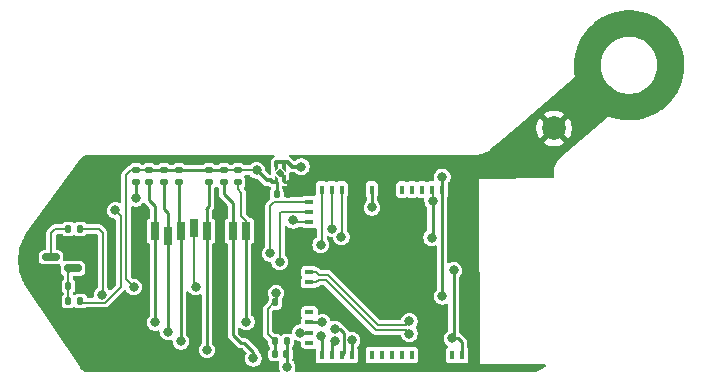
<source format=gtl>
G04 #@! TF.GenerationSoftware,KiCad,Pcbnew,9.0.2*
G04 #@! TF.CreationDate,2026-01-05T11:11:59+01:00*
G04 #@! TF.ProjectId,switch,73776974-6368-42e6-9b69-6361645f7063,rev?*
G04 #@! TF.SameCoordinates,Original*
G04 #@! TF.FileFunction,Copper,L1,Top*
G04 #@! TF.FilePolarity,Positive*
%FSLAX46Y46*%
G04 Gerber Fmt 4.6, Leading zero omitted, Abs format (unit mm)*
G04 Created by KiCad (PCBNEW 9.0.2) date 2026-01-05 11:11:59*
%MOMM*%
%LPD*%
G01*
G04 APERTURE LIST*
G04 Aperture macros list*
%AMRoundRect*
0 Rectangle with rounded corners*
0 $1 Rounding radius*
0 $2 $3 $4 $5 $6 $7 $8 $9 X,Y pos of 4 corners*
0 Add a 4 corners polygon primitive as box body*
4,1,4,$2,$3,$4,$5,$6,$7,$8,$9,$2,$3,0*
0 Add four circle primitives for the rounded corners*
1,1,$1+$1,$2,$3*
1,1,$1+$1,$4,$5*
1,1,$1+$1,$6,$7*
1,1,$1+$1,$8,$9*
0 Add four rect primitives between the rounded corners*
20,1,$1+$1,$2,$3,$4,$5,0*
20,1,$1+$1,$4,$5,$6,$7,0*
20,1,$1+$1,$6,$7,$8,$9,0*
20,1,$1+$1,$8,$9,$2,$3,0*%
%AMRotRect*
0 Rectangle, with rotation*
0 The origin of the aperture is its center*
0 $1 length*
0 $2 width*
0 $3 Rotation angle, in degrees counterclockwise*
0 Add horizontal line*
21,1,$1,$2,0,0,$3*%
%AMOutline5P*
0 Free polygon, 5 corners , with rotation*
0 The origin of the aperture is its center*
0 number of corners: always 5*
0 $1 to $10 corner X, Y*
0 $11 Rotation angle, in degrees counterclockwise*
0 create outline with 5 corners*
4,1,5,$1,$2,$3,$4,$5,$6,$7,$8,$9,$10,$1,$2,$11*%
%AMOutline6P*
0 Free polygon, 6 corners , with rotation*
0 The origin of the aperture is its center*
0 number of corners: always 6*
0 $1 to $12 corner X, Y*
0 $13 Rotation angle, in degrees counterclockwise*
0 create outline with 6 corners*
4,1,6,$1,$2,$3,$4,$5,$6,$7,$8,$9,$10,$11,$12,$1,$2,$13*%
%AMOutline7P*
0 Free polygon, 7 corners , with rotation*
0 The origin of the aperture is its center*
0 number of corners: always 7*
0 $1 to $14 corner X, Y*
0 $15 Rotation angle, in degrees counterclockwise*
0 create outline with 7 corners*
4,1,7,$1,$2,$3,$4,$5,$6,$7,$8,$9,$10,$11,$12,$13,$14,$1,$2,$15*%
%AMOutline8P*
0 Free polygon, 8 corners , with rotation*
0 The origin of the aperture is its center*
0 number of corners: always 8*
0 $1 to $16 corner X, Y*
0 $17 Rotation angle, in degrees counterclockwise*
0 create outline with 8 corners*
4,1,8,$1,$2,$3,$4,$5,$6,$7,$8,$9,$10,$11,$12,$13,$14,$15,$16,$1,$2,$17*%
G04 Aperture macros list end*
G04 #@! TA.AperFunction,EtchedComponent*
%ADD10C,0.000000*%
G04 #@! TD*
G04 #@! TA.AperFunction,SMDPad,CuDef*
%ADD11R,0.050800X0.050800*%
G04 #@! TD*
G04 #@! TA.AperFunction,SMDPad,CuDef*
%ADD12RotRect,0.482600X0.482600X135.000000*%
G04 #@! TD*
G04 #@! TA.AperFunction,SMDPad,CuDef*
%ADD13R,0.400000X0.800000*%
G04 #@! TD*
G04 #@! TA.AperFunction,SMDPad,CuDef*
%ADD14R,0.800000X0.400000*%
G04 #@! TD*
G04 #@! TA.AperFunction,SMDPad,CuDef*
%ADD15Outline5P,-0.600000X0.204000X-0.204000X0.600000X0.600000X0.600000X0.600000X-0.600000X-0.600000X-0.600000X270.000000*%
G04 #@! TD*
G04 #@! TA.AperFunction,SMDPad,CuDef*
%ADD16R,1.200000X1.200000*%
G04 #@! TD*
G04 #@! TA.AperFunction,SMDPad,CuDef*
%ADD17R,0.800000X0.800000*%
G04 #@! TD*
G04 #@! TA.AperFunction,SMDPad,CuDef*
%ADD18C,2.000000*%
G04 #@! TD*
G04 #@! TA.AperFunction,SMDPad,CuDef*
%ADD19RoundRect,0.140000X-0.140000X-0.170000X0.140000X-0.170000X0.140000X0.170000X-0.140000X0.170000X0*%
G04 #@! TD*
G04 #@! TA.AperFunction,SMDPad,CuDef*
%ADD20RoundRect,0.135000X-0.135000X-0.185000X0.135000X-0.185000X0.135000X0.185000X-0.135000X0.185000X0*%
G04 #@! TD*
G04 #@! TA.AperFunction,SMDPad,CuDef*
%ADD21RoundRect,0.150000X0.587500X0.150000X-0.587500X0.150000X-0.587500X-0.150000X0.587500X-0.150000X0*%
G04 #@! TD*
G04 #@! TA.AperFunction,SMDPad,CuDef*
%ADD22RoundRect,0.135000X-0.185000X0.135000X-0.185000X-0.135000X0.185000X-0.135000X0.185000X0.135000X0*%
G04 #@! TD*
G04 #@! TA.AperFunction,SMDPad,CuDef*
%ADD23RoundRect,0.135000X0.135000X0.185000X-0.135000X0.185000X-0.135000X-0.185000X0.135000X-0.185000X0*%
G04 #@! TD*
G04 #@! TA.AperFunction,SMDPad,CuDef*
%ADD24R,0.800000X1.500000*%
G04 #@! TD*
G04 #@! TA.AperFunction,SMDPad,CuDef*
%ADD25R,1.300000X1.400000*%
G04 #@! TD*
G04 #@! TA.AperFunction,SMDPad,CuDef*
%ADD26R,1.400000X1.900000*%
G04 #@! TD*
G04 #@! TA.AperFunction,SMDPad,CuDef*
%ADD27R,0.950000X1.000000*%
G04 #@! TD*
G04 #@! TA.AperFunction,ViaPad*
%ADD28C,0.800000*%
G04 #@! TD*
G04 #@! TA.AperFunction,Conductor*
%ADD29C,0.250000*%
G04 #@! TD*
G04 #@! TA.AperFunction,Conductor*
%ADD30C,0.304800*%
G04 #@! TD*
G04 #@! TA.AperFunction,Conductor*
%ADD31C,0.254000*%
G04 #@! TD*
G04 #@! TA.AperFunction,Conductor*
%ADD32C,0.203200*%
G04 #@! TD*
G04 #@! TA.AperFunction,Conductor*
%ADD33C,0.200000*%
G04 #@! TD*
G04 APERTURE END LIST*
D10*
G04 #@! TA.AperFunction,EtchedComponent*
G04 #@! TO.C,U3*
G36*
X160787199Y-119301999D02*
G01*
X160787199Y-119606799D01*
X160482399Y-119606799D01*
X160482399Y-118997199D01*
X160507799Y-118997199D01*
X160787199Y-119301999D01*
G37*
G04 #@! TD.AperFunction*
G04 #@! TA.AperFunction,EtchedComponent*
G36*
X161437201Y-119606799D02*
G01*
X161132401Y-119606799D01*
X161132401Y-119301999D01*
X161411801Y-118997199D01*
X161437201Y-118997199D01*
X161437201Y-119606799D01*
G37*
G04 #@! TD.AperFunction*
G04 #@! TA.AperFunction,EtchedComponent*
G36*
X160787199Y-118442001D02*
G01*
X160507799Y-118746801D01*
X160482399Y-118746801D01*
X160482399Y-118137201D01*
X160787199Y-118137201D01*
X160787199Y-118442001D01*
G37*
G04 #@! TD.AperFunction*
G04 #@! TA.AperFunction,EtchedComponent*
G36*
X161437201Y-118746801D02*
G01*
X161411801Y-118746801D01*
X161132401Y-118442001D01*
X161132401Y-118137201D01*
X161437201Y-118137201D01*
X161437201Y-118746801D01*
G37*
G04 #@! TD.AperFunction*
G04 #@! TD*
D11*
G04 #@! TO.P,U3,1,OUT*
G04 #@! TO.N,+3V3*
X160634799Y-119301999D03*
G04 #@! TO.P,U3,2,GND*
G04 #@! TO.N,GND*
X161284801Y-119301999D03*
G04 #@! TO.P,U3,3,EN*
G04 #@! TO.N,VCC*
X161284801Y-118442001D03*
G04 #@! TO.P,U3,4,IN*
X160634799Y-118442001D03*
D12*
G04 #@! TO.P,U3,5,EPAD*
G04 #@! TO.N,GND*
X160959800Y-118872000D03*
G04 #@! TD*
D13*
G04 #@! TO.P,U2,1,GND*
G04 #@! TO.N,GND*
X176374000Y-120254000D03*
G04 #@! TO.P,U2,2,GND*
X175524000Y-120254000D03*
G04 #@! TO.P,U2,3,3V3*
G04 #@! TO.N,+3V3*
X174674000Y-120254000D03*
G04 #@! TO.P,U2,4,IO0*
G04 #@! TO.N,BTN_LEFT*
X173824000Y-120254000D03*
G04 #@! TO.P,U2,5,IO1*
G04 #@! TO.N,unconnected-(U2-IO1-Pad5)*
X172974000Y-120254000D03*
G04 #@! TO.P,U2,6,IO2*
G04 #@! TO.N,unconnected-(U2-IO2-Pad6)*
X172124000Y-120254000D03*
G04 #@! TO.P,U2,7,IO3*
G04 #@! TO.N,/JTAG_SS*
X171274000Y-120254000D03*
G04 #@! TO.P,U2,8,IO4*
G04 #@! TO.N,GND*
X170424000Y-120254000D03*
G04 #@! TO.P,U2,9,IO5*
X169574000Y-120254000D03*
G04 #@! TO.P,U2,10,IO6*
G04 #@! TO.N,BTN_RIGHT*
X168724000Y-120254000D03*
G04 #@! TO.P,U2,11,IO7*
G04 #@! TO.N,GND*
X167874000Y-120254000D03*
G04 #@! TO.P,U2,12,IO8*
X167024000Y-120254000D03*
G04 #@! TO.P,U2,13,IO9*
G04 #@! TO.N,/LCD_CLK*
X166174000Y-120254000D03*
G04 #@! TO.P,U2,14,IO10*
G04 #@! TO.N,/LCD_DATA*
X165324000Y-120254000D03*
G04 #@! TO.P,U2,15,IO11*
G04 #@! TO.N,/LCD_DC*
X164474000Y-120254000D03*
D14*
G04 #@! TO.P,U2,16,IO12*
G04 #@! TO.N,/LCD_RESET*
X163424000Y-121304000D03*
G04 #@! TO.P,U2,17,IO13*
G04 #@! TO.N,/LCD_CS*
X163424000Y-122154000D03*
G04 #@! TO.P,U2,18,IO14*
G04 #@! TO.N,/LCD_BACKLIGHT*
X163424000Y-123004000D03*
G04 #@! TO.P,U2,19,IO15*
G04 #@! TO.N,GND*
X163424000Y-123854000D03*
G04 #@! TO.P,U2,20,IO16*
X163424000Y-124704000D03*
G04 #@! TO.P,U2,21,IO17*
X163424000Y-125554000D03*
G04 #@! TO.P,U2,22,IO18*
X163424000Y-126404000D03*
G04 #@! TO.P,U2,23,IO19*
G04 #@! TO.N,/USB_D-*
X163424000Y-127254000D03*
G04 #@! TO.P,U2,24,IO20*
G04 #@! TO.N,/USB_D+*
X163424000Y-128104000D03*
G04 #@! TO.P,U2,25,IO21*
G04 #@! TO.N,GND*
X163424000Y-128954000D03*
G04 #@! TO.P,U2,26,IO26*
X163424000Y-129804000D03*
G04 #@! TO.P,U2,27,IO47*
G04 #@! TO.N,unconnected-(U2-IO47-Pad27)*
X163424000Y-130654000D03*
G04 #@! TO.P,U2,28,IO33*
G04 #@! TO.N,/SD_DATA2*
X163424000Y-131504000D03*
G04 #@! TO.P,U2,29,IO34*
G04 #@! TO.N,/SD_DATA3*
X163424000Y-132354000D03*
G04 #@! TO.P,U2,30,IO48*
G04 #@! TO.N,unconnected-(U2-IO48-Pad30)*
X163424000Y-133204000D03*
D13*
G04 #@! TO.P,U2,31,IO35*
G04 #@! TO.N,/SD_CMD*
X164474000Y-134254000D03*
G04 #@! TO.P,U2,32,IO36*
G04 #@! TO.N,/SD_CLK*
X165324000Y-134254000D03*
G04 #@! TO.P,U2,33,IO37*
G04 #@! TO.N,/SD_DATA0*
X166174000Y-134254000D03*
G04 #@! TO.P,U2,34,IO38*
G04 #@! TO.N,/SD_DATA1*
X167024000Y-134254000D03*
G04 #@! TO.P,U2,35,IO39*
G04 #@! TO.N,GND*
X167874000Y-134254000D03*
G04 #@! TO.P,U2,36,IO40*
G04 #@! TO.N,unconnected-(U2-IO40-Pad36)*
X168724000Y-134254000D03*
G04 #@! TO.P,U2,37,IO41*
G04 #@! TO.N,unconnected-(U2-IO41-Pad37)*
X169574000Y-134254000D03*
G04 #@! TO.P,U2,38,IO42*
G04 #@! TO.N,unconnected-(U2-IO42-Pad38)*
X170424000Y-134254000D03*
G04 #@! TO.P,U2,39,TXD0*
G04 #@! TO.N,unconnected-(U2-TXD0-Pad39)*
X171274000Y-134254000D03*
G04 #@! TO.P,U2,40,RXD0*
G04 #@! TO.N,unconnected-(U2-RXD0-Pad40)*
X172124000Y-134254000D03*
G04 #@! TO.P,U2,41,IO45*
G04 #@! TO.N,GND*
X172974000Y-134254000D03*
G04 #@! TO.P,U2,42,GND*
X173824000Y-134254000D03*
G04 #@! TO.P,U2,43,GND*
X174674000Y-134254000D03*
G04 #@! TO.P,U2,44,IO46*
G04 #@! TO.N,/ROM_MSG*
X175524000Y-134254000D03*
G04 #@! TO.P,U2,45,EN*
G04 #@! TO.N,Net-(U2-EN)*
X176374000Y-134254000D03*
D14*
G04 #@! TO.P,U2,46,GND*
G04 #@! TO.N,GND*
X177424000Y-133204000D03*
G04 #@! TO.P,U2,47,GND*
X177424000Y-132354000D03*
G04 #@! TO.P,U2,48,GND*
X177424000Y-131504000D03*
G04 #@! TO.P,U2,49,GND*
X177424000Y-130654000D03*
G04 #@! TO.P,U2,50,GND*
X177424000Y-129804000D03*
G04 #@! TO.P,U2,51,GND*
X177424000Y-128954000D03*
G04 #@! TO.P,U2,52,GND*
X177424000Y-128104000D03*
G04 #@! TO.P,U2,53,GND*
X177424000Y-127254000D03*
G04 #@! TO.P,U2,54,GND*
X177424000Y-126404000D03*
G04 #@! TO.P,U2,55,GND*
X177424000Y-125554000D03*
G04 #@! TO.P,U2,56,GND*
X177424000Y-124704000D03*
G04 #@! TO.P,U2,57,GND*
X177424000Y-123854000D03*
G04 #@! TO.P,U2,58,GND*
X177424000Y-123004000D03*
G04 #@! TO.P,U2,59,GND*
X177424000Y-122154000D03*
G04 #@! TO.P,U2,60,GND*
X177424000Y-121304000D03*
D15*
G04 #@! TO.P,U2,61,GND*
X172074000Y-125604000D03*
D16*
X170424000Y-125604000D03*
X168774000Y-125604000D03*
X172074000Y-127254000D03*
X170424000Y-127254000D03*
X168774000Y-127254000D03*
X172074000Y-128904000D03*
X170424000Y-128904000D03*
X168774000Y-128904000D03*
D17*
G04 #@! TO.P,U2,62,GND*
X177424000Y-120254000D03*
G04 #@! TO.P,U2,63,GND*
X163424000Y-120254000D03*
G04 #@! TO.P,U2,64,GND*
X163424000Y-134254000D03*
G04 #@! TO.P,U2,65,GND*
X177424000Y-134254000D03*
G04 #@! TD*
D18*
G04 #@! TO.P,TP6,1,1*
G04 #@! TO.N,GND*
X184150000Y-115062000D03*
G04 #@! TD*
D19*
G04 #@! TO.P,C4,1*
G04 #@! TO.N,+3V3*
X160530600Y-134188200D03*
G04 #@! TO.P,C4,2*
G04 #@! TO.N,Net-(U2-EN)*
X161490600Y-134188200D03*
G04 #@! TD*
D20*
G04 #@! TO.P,R10,1*
G04 #@! TO.N,Net-(Q1-G)*
X143027700Y-128422400D03*
G04 #@! TO.P,R10,2*
G04 #@! TO.N,GND*
X144047700Y-128422400D03*
G04 #@! TD*
D21*
G04 #@! TO.P,Q1,1,G*
G04 #@! TO.N,Net-(Q1-G)*
X143431500Y-126934000D03*
G04 #@! TO.P,Q1,2,S*
G04 #@! TO.N,GND*
X143431500Y-125034000D03*
G04 #@! TO.P,Q1,3,D*
G04 #@! TO.N,Net-(Q1-D)*
X141556500Y-125984000D03*
G04 #@! TD*
D22*
G04 #@! TO.P,R2,1*
G04 #@! TO.N,+3V3*
X151130000Y-118616000D03*
G04 #@! TO.P,R2,2*
G04 #@! TO.N,/SD_DATA3*
X151130000Y-119636000D03*
G04 #@! TD*
G04 #@! TO.P,R7,1*
G04 #@! TO.N,+3V3*
X157378400Y-118616000D03*
G04 #@! TO.P,R7,2*
G04 #@! TO.N,/SD_DATA1*
X157378400Y-119636000D03*
G04 #@! TD*
D19*
G04 #@! TO.P,C2,1*
G04 #@! TO.N,+3V3*
X160657600Y-120650000D03*
G04 #@! TO.P,C2,2*
G04 #@! TO.N,GND*
X161617600Y-120650000D03*
G04 #@! TD*
D22*
G04 #@! TO.P,R11,1*
G04 #@! TO.N,+3V3*
X148742400Y-118616000D03*
G04 #@! TO.P,R11,2*
G04 #@! TO.N,BTN_LEFT*
X148742400Y-119636000D03*
G04 #@! TD*
D19*
G04 #@! TO.P,C3,1*
G04 #@! TO.N,+3V3*
X160556000Y-129794000D03*
G04 #@! TO.P,C3,2*
G04 #@! TO.N,GND*
X161516000Y-129794000D03*
G04 #@! TD*
D22*
G04 #@! TO.P,R3,1*
G04 #@! TO.N,+3V3*
X152400000Y-118616000D03*
G04 #@! TO.P,R3,2*
G04 #@! TO.N,/SD_CMD*
X152400000Y-119636000D03*
G04 #@! TD*
D20*
G04 #@! TO.P,R12,1*
G04 #@! TO.N,+3V3*
X160526000Y-133096000D03*
G04 #@! TO.P,R12,2*
G04 #@! TO.N,Net-(U2-EN)*
X161546000Y-133096000D03*
G04 #@! TD*
D23*
G04 #@! TO.P,R9,1*
G04 #@! TO.N,/LEDK*
X144047700Y-123596400D03*
G04 #@! TO.P,R9,2*
G04 #@! TO.N,Net-(Q1-D)*
X143027700Y-123596400D03*
G04 #@! TD*
D22*
G04 #@! TO.P,R4,1*
G04 #@! TO.N,+3V3*
X154940000Y-118616000D03*
G04 #@! TO.P,R4,2*
G04 #@! TO.N,/SD_CLK*
X154940000Y-119636000D03*
G04 #@! TD*
D24*
G04 #@! TO.P,J1,1,DAT2*
G04 #@! TO.N,/SD_DATA2*
X150360200Y-123746400D03*
G04 #@! TO.P,J1,2,DAT3/CD*
G04 #@! TO.N,/SD_DATA3*
X151460200Y-124146400D03*
G04 #@! TO.P,J1,3,CMD*
G04 #@! TO.N,/SD_CMD*
X152560200Y-123746400D03*
G04 #@! TO.P,J1,4,VDD*
G04 #@! TO.N,+3V3*
X153660200Y-123546400D03*
G04 #@! TO.P,J1,5,CLK*
G04 #@! TO.N,/SD_CLK*
X154760200Y-123746400D03*
G04 #@! TO.P,J1,6,VSS*
G04 #@! TO.N,GND*
X155860200Y-123546400D03*
G04 #@! TO.P,J1,7,DAT0*
G04 #@! TO.N,/SD_DATA0*
X156960200Y-123746400D03*
G04 #@! TO.P,J1,8,DAT1*
G04 #@! TO.N,/SD_DATA1*
X158060200Y-123746400D03*
D25*
G04 #@! TO.P,J1,S1,M*
G04 #@! TO.N,GND*
X157250200Y-134606400D03*
G04 #@! TO.P,J1,S2,M*
X151550200Y-134606400D03*
D26*
G04 #@! TO.P,J1,S3,M*
X158850200Y-121456400D03*
G04 #@! TO.P,J1,S4,M*
X145700200Y-120456400D03*
D27*
G04 #@! TO.P,J1,SW,SW*
X155860200Y-134806400D03*
G04 #@! TD*
D22*
G04 #@! TO.P,R6,1*
G04 #@! TO.N,+3V3*
X149860000Y-118616000D03*
G04 #@! TO.P,R6,2*
G04 #@! TO.N,/SD_DATA2*
X149860000Y-119636000D03*
G04 #@! TD*
G04 #@! TO.P,R5,1*
G04 #@! TO.N,+3V3*
X156210000Y-118616000D03*
G04 #@! TO.P,R5,2*
G04 #@! TO.N,/SD_DATA0*
X156210000Y-119636000D03*
G04 #@! TD*
D23*
G04 #@! TO.P,R8,1*
G04 #@! TO.N,/LCD_BACKLIGHT*
X144047700Y-129692400D03*
G04 #@! TO.P,R8,2*
G04 #@! TO.N,Net-(Q1-G)*
X143027700Y-129692400D03*
G04 #@! TD*
D28*
G04 #@! TO.N,GND*
X162509200Y-120269000D03*
X176072800Y-121285000D03*
G04 #@! TO.N,BTN_LEFT*
X173786800Y-124333000D03*
G04 #@! TO.N,Net-(U2-EN)*
X175641000Y-127101600D03*
G04 #@! TO.N,BTN_LEFT*
X148742400Y-120980200D03*
G04 #@! TO.N,GND*
X176301400Y-123393200D03*
X177419000Y-135204200D03*
X164846000Y-129286000D03*
X168656000Y-124206000D03*
X167386000Y-125730000D03*
X173482000Y-130302000D03*
X173482000Y-129032000D03*
X173482000Y-125730000D03*
X172212000Y-124206000D03*
G04 #@! TO.N,+3V3*
X174675800Y-119176800D03*
G04 #@! TO.N,GND*
X170307000Y-132969000D03*
X168275000Y-132969000D03*
X162026600Y-125704600D03*
X162026600Y-127762000D03*
G04 #@! TO.N,/USB_D-*
X171907200Y-131402600D03*
G04 #@! TO.N,/USB_D+*
X171907200Y-132452600D03*
G04 #@! TO.N,+3V3*
X174701200Y-129286000D03*
X158976600Y-118616000D03*
G04 #@! TO.N,BTN_RIGHT*
X168732200Y-121767600D03*
G04 #@! TO.N,GND*
X170434000Y-130149600D03*
X173482000Y-127254000D03*
X170424000Y-124206000D03*
X167386000Y-127279400D03*
X141935200Y-129946400D03*
X144856200Y-125704600D03*
G04 #@! TO.N,/LCD_BACKLIGHT*
X162077400Y-122859800D03*
X147015200Y-122021600D03*
G04 #@! TO.N,BTN_LEFT*
X173863000Y-121183400D03*
G04 #@! TO.N,/LEDK*
X145872200Y-129159000D03*
G04 #@! TO.N,+3V3*
X148564600Y-128498600D03*
X153797000Y-128498600D03*
G04 #@! TO.N,GND*
X156006800Y-127076200D03*
G04 #@! TO.N,/LCD_CLK*
X166141400Y-124256800D03*
G04 #@! TO.N,/LCD_DATA*
X165312200Y-123562000D03*
G04 #@! TO.N,/LCD_DC*
X164388800Y-124917200D03*
G04 #@! TO.N,/LCD_CS*
X160909000Y-126362000D03*
G04 #@! TO.N,/LCD_RESET*
X160096200Y-125662000D03*
G04 #@! TO.N,VCC*
X162737800Y-118313200D03*
G04 #@! TO.N,+3V3*
X160604200Y-129006600D03*
G04 #@! TO.N,GND*
X174244000Y-133350000D03*
X150114000Y-134620000D03*
X194284600Y-109702600D03*
X188061600Y-107035600D03*
X145796000Y-118618000D03*
X185013600Y-112496600D03*
X190525400Y-113334800D03*
X193014600Y-107162600D03*
X161010600Y-130767600D03*
X190271400Y-106197400D03*
X187883800Y-112039400D03*
X159004000Y-119888000D03*
X192938400Y-112217200D03*
X187172600Y-109448600D03*
X187147200Y-114376200D03*
G04 #@! TO.N,/SD_DATA3*
X162661600Y-132359400D03*
X151460200Y-132308600D03*
G04 #@! TO.N,/SD_DATA1*
X158089600Y-131445000D03*
X167045200Y-132994400D03*
G04 #@! TO.N,/SD_CMD*
X152552400Y-133096000D03*
X164412897Y-132668902D03*
G04 #@! TO.N,/SD_CLK*
X165608000Y-133096000D03*
X154762200Y-133821000D03*
G04 #@! TO.N,/SD_DATA0*
X165608000Y-132054600D03*
X158699200Y-134546000D03*
G04 #@! TO.N,/SD_DATA2*
X150393400Y-131495800D03*
X164515800Y-131495800D03*
G04 #@! TO.N,Net-(U2-EN)*
X175514000Y-132842000D03*
X161544000Y-135255000D03*
G04 #@! TD*
D29*
G04 #@! TO.N,/SD_DATA1*
X167045200Y-132994400D02*
X167045200Y-134232800D01*
X167045200Y-134232800D02*
X167024000Y-134254000D01*
G04 #@! TO.N,/SD_DATA0*
X166344600Y-134083400D02*
X166174000Y-134254000D01*
X165608000Y-132054600D02*
X165989000Y-132054600D01*
X165989000Y-132054600D02*
X166344600Y-132410200D01*
X166344600Y-132410200D02*
X166344600Y-134083400D01*
D30*
G04 #@! TO.N,GND*
X162803199Y-119633199D02*
X162458400Y-119633199D01*
D31*
X162509200Y-120269000D02*
X162509200Y-119683999D01*
X162509200Y-119683999D02*
X162458400Y-119633199D01*
X162524200Y-120254000D02*
X162509200Y-120269000D01*
X163424000Y-120254000D02*
X162524200Y-120254000D01*
X161284801Y-119633199D02*
X161620200Y-119633199D01*
X161620200Y-119633199D02*
X161620200Y-119811800D01*
X161620200Y-119811800D02*
X161617600Y-119814400D01*
X161617600Y-119814400D02*
X161617600Y-120650000D01*
G04 #@! TO.N,+3V3*
X160634799Y-119582399D02*
X160657600Y-119605200D01*
X160657600Y-119605200D02*
X160657600Y-120650000D01*
G04 #@! TO.N,GND*
X161284801Y-119171601D02*
X161061400Y-118948200D01*
X161284801Y-119633199D02*
X161284801Y-119171601D01*
D30*
X163424000Y-120254000D02*
X162803199Y-119633199D01*
X162458400Y-119633199D02*
X161620200Y-119633199D01*
D31*
X177419000Y-135204200D02*
X177424000Y-135199200D01*
X177424000Y-135199200D02*
X177424000Y-134254000D01*
G04 #@! TO.N,BTN_LEFT*
X173786800Y-124333000D02*
X173863000Y-124256800D01*
X173863000Y-124256800D02*
X173863000Y-121183400D01*
G04 #@! TO.N,Net-(U2-EN)*
X175514000Y-132842000D02*
X175641000Y-132715000D01*
X175641000Y-132715000D02*
X175641000Y-127101600D01*
D29*
G04 #@! TO.N,GND*
X161010600Y-130375524D02*
X161516000Y-129870124D01*
X161010600Y-130767600D02*
X161010600Y-130375524D01*
X161516000Y-129870124D02*
X161516000Y-129794000D01*
D32*
G04 #@! TO.N,+3V3*
X160556000Y-129794000D02*
X160451800Y-129794000D01*
X159893000Y-132463000D02*
X160526000Y-133096000D01*
X160451800Y-129794000D02*
X159893000Y-130352800D01*
X159893000Y-130352800D02*
X159893000Y-132463000D01*
D31*
G04 #@! TO.N,BTN_LEFT*
X148742400Y-119636000D02*
X148742400Y-120980200D01*
D32*
G04 #@! TO.N,+3V3*
X148564600Y-128498600D02*
X147929600Y-127863600D01*
X147929600Y-127863600D02*
X147929600Y-118999000D01*
X147929600Y-118999000D02*
X148312600Y-118616000D01*
X148312600Y-118616000D02*
X149860000Y-118616000D01*
G04 #@! TO.N,/LCD_BACKLIGHT*
X147447000Y-128510510D02*
X146143510Y-129814000D01*
X146143510Y-129814000D02*
X144169300Y-129814000D01*
X147015200Y-122021600D02*
X147447000Y-122453400D01*
X147447000Y-122453400D02*
X147447000Y-128510510D01*
X144169300Y-129814000D02*
X144047700Y-129692400D01*
D29*
G04 #@! TO.N,GND*
X177424000Y-120254000D02*
X177424000Y-123494800D01*
D31*
X176301400Y-123393200D02*
X176403000Y-123494800D01*
X176403000Y-123494800D02*
X177424000Y-123494800D01*
G04 #@! TO.N,BTN_RIGHT*
X168732200Y-121767600D02*
X168732200Y-120262200D01*
X168732200Y-120262200D02*
X168724000Y-120254000D01*
D32*
G04 #@! TO.N,BTN_LEFT*
X173863000Y-120293000D02*
X173824000Y-120254000D01*
X173863000Y-121183400D02*
X173863000Y-120293000D01*
D31*
G04 #@! TO.N,GND*
X173482000Y-130302000D02*
X173472000Y-130302000D01*
X173472000Y-130302000D02*
X172074000Y-128904000D01*
X173482000Y-129032000D02*
X172202000Y-129032000D01*
X172202000Y-129032000D02*
X172074000Y-128904000D01*
X172212000Y-124206000D02*
X172212000Y-125466000D01*
X172212000Y-125466000D02*
X172074000Y-125604000D01*
X173482000Y-125730000D02*
X172200000Y-125730000D01*
X172200000Y-125730000D02*
X172074000Y-125604000D01*
X167386000Y-125730000D02*
X168648000Y-125730000D01*
X168648000Y-125730000D02*
X168774000Y-125604000D01*
X168656000Y-124206000D02*
X168656000Y-125486000D01*
X168656000Y-125486000D02*
X168774000Y-125604000D01*
X170424000Y-124206000D02*
X170424000Y-125604000D01*
G04 #@! TO.N,+3V3*
X174675800Y-119176800D02*
X174675800Y-120252200D01*
X174675800Y-120252200D02*
X174674000Y-120254000D01*
X160530600Y-134188200D02*
X160530600Y-133100600D01*
X160530600Y-133100600D02*
X160526000Y-133096000D01*
D33*
G04 #@! TO.N,/USB_D+*
X164822202Y-127904000D02*
X169070803Y-132152601D01*
X171607201Y-132152601D02*
X171907200Y-132452600D01*
X164024001Y-128104000D02*
X164224001Y-127904000D01*
X169070803Y-132152601D02*
X171607201Y-132152601D01*
X163424000Y-128104000D02*
X164024001Y-128104000D01*
X164224001Y-127904000D02*
X164822202Y-127904000D01*
G04 #@! TO.N,/USB_D-*
X163424000Y-127254000D02*
X164024001Y-127254000D01*
X164024001Y-127254000D02*
X164224001Y-127454000D01*
X164224001Y-127454000D02*
X165008598Y-127454000D01*
X165008598Y-127454000D02*
X169257197Y-131702599D01*
X169257197Y-131702599D02*
X171607201Y-131702599D01*
X171607201Y-131702599D02*
X171907200Y-131402600D01*
D31*
G04 #@! TO.N,+3V3*
X174674000Y-129258800D02*
X174701200Y-129286000D01*
X174674000Y-120254000D02*
X174674000Y-129258800D01*
G04 #@! TO.N,GND*
X170424000Y-130139600D02*
X170434000Y-130149600D01*
X170424000Y-128904000D02*
X170424000Y-130139600D01*
X172074000Y-127254000D02*
X173482000Y-127254000D01*
X167411400Y-127254000D02*
X167386000Y-127279400D01*
X168774000Y-127254000D02*
X167411400Y-127254000D01*
X170424000Y-128904000D02*
X170424000Y-127254000D01*
X172074000Y-127254000D02*
X170424000Y-127254000D01*
X168774000Y-127254000D02*
X170424000Y-127254000D01*
X170424000Y-127254000D02*
X170424000Y-125604000D01*
X172074000Y-125604000D02*
X168774000Y-125604000D01*
X172074000Y-125604000D02*
X172074000Y-128904000D01*
X172693600Y-128904000D02*
X172745400Y-128955800D01*
X168774000Y-128904000D02*
X172693600Y-128904000D01*
X172693600Y-128904000D02*
X172074000Y-128904000D01*
X168774000Y-125604000D02*
X168774000Y-128904000D01*
D32*
X144047700Y-128422400D02*
X144856200Y-127613900D01*
X144856200Y-127613900D02*
X144856200Y-125704600D01*
G04 #@! TO.N,Net-(Q1-G)*
X143027700Y-128422400D02*
X143027700Y-127337800D01*
X143027700Y-127337800D02*
X143431500Y-126934000D01*
X143027700Y-129692400D02*
X143027700Y-128422400D01*
G04 #@! TO.N,GND*
X144185600Y-125034000D02*
X144856200Y-125704600D01*
X143431500Y-125034000D02*
X144185600Y-125034000D01*
G04 #@! TO.N,Net-(Q1-D)*
X141556500Y-125984000D02*
X141556500Y-123898900D01*
X141556500Y-123898900D02*
X141859000Y-123596400D01*
X141859000Y-123596400D02*
X143027700Y-123596400D01*
G04 #@! TO.N,/LCD_BACKLIGHT*
X162221600Y-123004000D02*
X162077400Y-122859800D01*
X163424000Y-123004000D02*
X162221600Y-123004000D01*
G04 #@! TO.N,/LCD_CS*
X160909000Y-126362000D02*
X161112200Y-126362000D01*
X161112200Y-126362000D02*
X160934400Y-126184200D01*
X160934400Y-122275600D02*
X161056000Y-122154000D01*
X160934400Y-126184200D02*
X160934400Y-122275600D01*
X161056000Y-122154000D02*
X163424000Y-122154000D01*
G04 #@! TO.N,/LCD_RESET*
X160096200Y-125662000D02*
X160096200Y-121666000D01*
X160458200Y-121304000D02*
X163424000Y-121304000D01*
X160096200Y-121666000D02*
X160458200Y-121304000D01*
G04 #@! TO.N,/SD_DATA1*
X158060200Y-123746400D02*
X158060200Y-122881200D01*
X157657800Y-122478800D02*
X157657800Y-120523000D01*
X157657800Y-120523000D02*
X157378400Y-120243600D01*
X158060200Y-122881200D02*
X157657800Y-122478800D01*
X157378400Y-120243600D02*
X157378400Y-119636000D01*
G04 #@! TO.N,/LEDK*
X145872200Y-129159000D02*
X145923000Y-129108200D01*
X145923000Y-129108200D02*
X145923000Y-123901200D01*
X145923000Y-123901200D02*
X145618200Y-123596400D01*
X145618200Y-123596400D02*
X144047700Y-123596400D01*
G04 #@! TO.N,+3V3*
X153797000Y-128498600D02*
X153660200Y-128361800D01*
X153660200Y-128361800D02*
X153660200Y-123546400D01*
G04 #@! TO.N,/LCD_CLK*
X166141400Y-124256800D02*
X166174000Y-124224200D01*
X166174000Y-124224200D02*
X166174000Y-120254000D01*
G04 #@! TO.N,/LCD_DATA*
X165324000Y-120254000D02*
X165324000Y-123550200D01*
X165324000Y-123550200D02*
X165312200Y-123562000D01*
G04 #@! TO.N,/LCD_DC*
X164388800Y-124917200D02*
X164474000Y-124832000D01*
X164474000Y-124832000D02*
X164474000Y-120254000D01*
D30*
G04 #@! TO.N,VCC*
X161950400Y-118313200D02*
X161594800Y-117957600D01*
X161594800Y-117957600D02*
X161290000Y-117957600D01*
X160629600Y-117957600D02*
X161290000Y-117957600D01*
X161290000Y-117957600D02*
X161290000Y-118237000D01*
X160629600Y-117957600D02*
X160629600Y-118237000D01*
D32*
G04 #@! TO.N,+3V3*
X156210000Y-118616000D02*
X158976600Y-118616000D01*
D30*
X158976600Y-118616000D02*
X159842200Y-119481600D01*
X160147000Y-119481600D02*
X160247799Y-119582399D01*
X159842200Y-119481600D02*
X160147000Y-119481600D01*
X160247799Y-119582399D02*
X160634799Y-119582399D01*
G04 #@! TO.N,VCC*
X162737800Y-118313200D02*
X161950400Y-118313200D01*
D29*
G04 #@! TO.N,+3V3*
X160604200Y-129006600D02*
X160604200Y-129745800D01*
X160604200Y-129745800D02*
X160556000Y-129794000D01*
X149860000Y-118616000D02*
X156210000Y-118616000D01*
G04 #@! TO.N,GND*
X163424000Y-134254000D02*
X163424000Y-134518000D01*
X174674000Y-133526000D02*
X174498000Y-133350000D01*
X145700200Y-120456400D02*
X145700200Y-118713800D01*
X145700200Y-118713800D02*
X145796000Y-118618000D01*
X173824000Y-133516000D02*
X173824000Y-134254000D01*
X158850200Y-120041800D02*
X159004000Y-119888000D01*
X150127600Y-134606400D02*
X150114000Y-134620000D01*
X174674000Y-134254000D02*
X174674000Y-133526000D01*
X175524000Y-120254000D02*
X177424000Y-120254000D01*
X177424000Y-123494800D02*
X177424000Y-134254000D01*
X158850200Y-121456400D02*
X158850200Y-120041800D01*
X151550200Y-134606400D02*
X150127600Y-134606400D01*
X174498000Y-133350000D02*
X173990000Y-133350000D01*
X173990000Y-133350000D02*
X173824000Y-133516000D01*
G04 #@! TO.N,/SD_DATA3*
X151130000Y-119636000D02*
X151130000Y-121920000D01*
X162667000Y-132354000D02*
X163424000Y-132354000D01*
X151460200Y-122250200D02*
X151460200Y-124146400D01*
X151130000Y-121920000D02*
X151460200Y-122250200D01*
X151460200Y-132308600D02*
X151460200Y-124146400D01*
X162661600Y-132359400D02*
X162667000Y-132354000D01*
G04 #@! TO.N,/SD_DATA1*
X158060200Y-130729800D02*
X158060200Y-123746400D01*
X158089600Y-131445000D02*
X158089600Y-130759200D01*
X158089600Y-130759200D02*
X158060200Y-130729800D01*
G04 #@! TO.N,/SD_CMD*
X164412897Y-132668902D02*
X164465000Y-132721005D01*
X152552400Y-132283200D02*
X152560200Y-132275400D01*
X152400000Y-119636000D02*
X152400000Y-123586200D01*
X164474000Y-133722000D02*
X164474000Y-134254000D01*
X164465000Y-133713000D02*
X164474000Y-133722000D01*
X152560200Y-132275400D02*
X152560200Y-123746400D01*
X164465000Y-132721005D02*
X164465000Y-133713000D01*
X152552400Y-133096000D02*
X152552400Y-132283200D01*
G04 #@! TO.N,/SD_CLK*
X154940000Y-119636000D02*
X154940000Y-121666000D01*
X154940000Y-121666000D02*
X154686000Y-121920000D01*
X154760200Y-133373400D02*
X154760200Y-123746400D01*
X154760200Y-121994200D02*
X154760200Y-123746400D01*
X154686000Y-121920000D02*
X154760200Y-121994200D01*
X154762200Y-133375400D02*
X154760200Y-133373400D01*
X154762200Y-133821000D02*
X154762200Y-133375400D01*
X165324000Y-133380000D02*
X165608000Y-133096000D01*
X165324000Y-134254000D02*
X165324000Y-133380000D01*
G04 #@! TO.N,/SD_DATA0*
X156972000Y-121412000D02*
X156960200Y-121423800D01*
X158699200Y-134010400D02*
X157937200Y-133248400D01*
X158699200Y-134546000D02*
X158699200Y-134010400D01*
X156960200Y-121423800D02*
X156960200Y-123746400D01*
X157607000Y-133248400D02*
X156960200Y-132601600D01*
X156960200Y-132601600D02*
X156960200Y-123746400D01*
X156210000Y-120650000D02*
X156972000Y-121412000D01*
X156210000Y-119636000D02*
X156210000Y-120650000D01*
X157937200Y-133248400D02*
X157607000Y-133248400D01*
G04 #@! TO.N,/SD_DATA2*
X150393400Y-131064000D02*
X150360200Y-131030800D01*
X150360200Y-131030800D02*
X150360200Y-123746400D01*
X149860000Y-121158000D02*
X150368000Y-121666000D01*
X149860000Y-119636000D02*
X149860000Y-121158000D01*
X163424000Y-131504000D02*
X163295000Y-131375000D01*
X150393400Y-131495800D02*
X150393400Y-131064000D01*
X150368000Y-121666000D02*
X150360200Y-121673800D01*
X164507600Y-131504000D02*
X164515800Y-131495800D01*
X163424000Y-131504000D02*
X164507600Y-131504000D01*
X150360200Y-121673800D02*
X150360200Y-123746400D01*
G04 #@! TO.N,Net-(U2-EN)*
X175514000Y-132842000D02*
X176022000Y-132842000D01*
X161544000Y-135077200D02*
X161544000Y-133098000D01*
X176022000Y-132842000D02*
X176374000Y-133194000D01*
X161544000Y-133098000D02*
X161546000Y-133096000D01*
X176374000Y-133194000D02*
X176374000Y-134254000D01*
G04 #@! TD*
G04 #@! TA.AperFunction,Conductor*
G04 #@! TO.N,GND*
G36*
X190718457Y-105064138D02*
G01*
X191133632Y-105102219D01*
X191144872Y-105103774D01*
X191554775Y-105179729D01*
X191565843Y-105182309D01*
X191967085Y-105295507D01*
X191977858Y-105299087D01*
X192367040Y-105448574D01*
X192377437Y-105453125D01*
X192751279Y-105637637D01*
X192761224Y-105643126D01*
X192922714Y-105742188D01*
X193116575Y-105861108D01*
X193125987Y-105867493D01*
X193459875Y-106117119D01*
X193468659Y-106124338D01*
X193749292Y-106377377D01*
X193778273Y-106403508D01*
X193786349Y-106411491D01*
X194069094Y-106717867D01*
X194076401Y-106726553D01*
X194198062Y-106885416D01*
X194329869Y-107057527D01*
X194336363Y-107066864D01*
X194558441Y-107419671D01*
X194564049Y-107429559D01*
X194735560Y-107767162D01*
X194752869Y-107801233D01*
X194757550Y-107811599D01*
X194911518Y-108199005D01*
X194915229Y-108209755D01*
X195033054Y-108609635D01*
X195035765Y-108620681D01*
X195116456Y-109029681D01*
X195118143Y-109040928D01*
X195161021Y-109455591D01*
X195161671Y-109466946D01*
X195166373Y-109883798D01*
X195165980Y-109895164D01*
X195132470Y-110310696D01*
X195131037Y-110321979D01*
X195059595Y-110732695D01*
X195057134Y-110743799D01*
X194948360Y-111146241D01*
X194944892Y-111157073D01*
X194803233Y-111538353D01*
X194802411Y-111540504D01*
X194797773Y-111552311D01*
X194794149Y-111560628D01*
X194623087Y-111917045D01*
X194621983Y-111919286D01*
X194611040Y-111940956D01*
X194606757Y-111948733D01*
X194408754Y-112279624D01*
X194407348Y-112281918D01*
X194389263Y-112310704D01*
X194384388Y-112317891D01*
X194161825Y-112622511D01*
X194160090Y-112624829D01*
X194134354Y-112658380D01*
X194128965Y-112664928D01*
X193884063Y-112942617D01*
X193881989Y-112944911D01*
X193848538Y-112980985D01*
X193842707Y-112986867D01*
X193577736Y-113236852D01*
X193575311Y-113239079D01*
X193534197Y-113275854D01*
X193527999Y-113281044D01*
X193245352Y-113502475D01*
X193242573Y-113504590D01*
X193194068Y-113540432D01*
X193187582Y-113544913D01*
X192889551Y-113737119D01*
X192886418Y-113739074D01*
X192831061Y-113772484D01*
X192824364Y-113776248D01*
X192513319Y-113938597D01*
X192509838Y-113940345D01*
X192448283Y-113970052D01*
X192441450Y-113973099D01*
X192119843Y-114105031D01*
X192116032Y-114106521D01*
X192048969Y-114131480D01*
X192042071Y-114133819D01*
X191712431Y-114234902D01*
X191708305Y-114236090D01*
X191636570Y-114255397D01*
X191629681Y-114257042D01*
X191294409Y-114327028D01*
X191289996Y-114327866D01*
X191214607Y-114340773D01*
X191207791Y-114341746D01*
X190869417Y-114380500D01*
X190864749Y-114380945D01*
X190786654Y-114386908D01*
X190779976Y-114387237D01*
X190441069Y-114394790D01*
X190436178Y-114394803D01*
X190356377Y-114393433D01*
X190349897Y-114393152D01*
X190012934Y-114369705D01*
X190007866Y-114369247D01*
X189927448Y-114360323D01*
X189921218Y-114359472D01*
X189588701Y-114305392D01*
X189583501Y-114304432D01*
X189503485Y-114287889D01*
X189497555Y-114286510D01*
X189456242Y-114275830D01*
X189171988Y-114202346D01*
X189166727Y-114200861D01*
X189151882Y-114196314D01*
X189088139Y-114176787D01*
X189082554Y-114174930D01*
X188729300Y-114048089D01*
X188722304Y-114045108D01*
X188710340Y-114050067D01*
X188699792Y-114064764D01*
X184661169Y-117598561D01*
X184656981Y-117602066D01*
X184655492Y-117603256D01*
X184579043Y-117660672D01*
X184565378Y-117674687D01*
X184565256Y-117674783D01*
X184564803Y-117675276D01*
X184562415Y-117677725D01*
X184562404Y-117677735D01*
X184441703Y-117801531D01*
X184441700Y-117801535D01*
X184420535Y-117831291D01*
X184420536Y-117831292D01*
X184416081Y-117837554D01*
X184405986Y-117848571D01*
X184390236Y-117873895D01*
X184387995Y-117877047D01*
X184327681Y-117961856D01*
X184327678Y-117961861D01*
X184298047Y-118021121D01*
X184295471Y-118026271D01*
X184281494Y-118048747D01*
X184271900Y-118073414D01*
X184239700Y-118137815D01*
X184239692Y-118137834D01*
X184208035Y-118236969D01*
X184208035Y-118236970D01*
X184206864Y-118240636D01*
X184196048Y-118268447D01*
X184193292Y-118283135D01*
X184190956Y-118290451D01*
X184179848Y-118325235D01*
X184152996Y-118497598D01*
X184152995Y-118497607D01*
X184152703Y-118499474D01*
X184152580Y-118500135D01*
X184152576Y-118500291D01*
X184152064Y-118503580D01*
X184152062Y-118503582D01*
X184149565Y-118519622D01*
X184149563Y-118519637D01*
X184149500Y-118617833D01*
X184149500Y-119180780D01*
X184129815Y-119247819D01*
X184077011Y-119293574D01*
X184025984Y-119304779D01*
X177774600Y-119329199D01*
X177774600Y-119329200D01*
X177901600Y-135051800D01*
X183319770Y-135051800D01*
X183344780Y-135059143D01*
X183370610Y-135062701D01*
X183377769Y-135068830D01*
X183386809Y-135071485D01*
X183403876Y-135091182D01*
X183423685Y-135108141D01*
X183426394Y-135117168D01*
X183432564Y-135124289D01*
X183436273Y-135150090D01*
X183443768Y-135175063D01*
X183441166Y-135184120D01*
X183442508Y-135193447D01*
X183431677Y-135217162D01*
X183424482Y-135242218D01*
X183415379Y-135252849D01*
X183413483Y-135257003D01*
X183401529Y-135269028D01*
X183360815Y-135304733D01*
X183347947Y-135314607D01*
X183140513Y-135453211D01*
X183126466Y-135461321D01*
X182917349Y-135564447D01*
X182914014Y-135566030D01*
X182894827Y-135574792D01*
X182883177Y-135579416D01*
X182677882Y-135649105D01*
X182672955Y-135650664D01*
X182633790Y-135662163D01*
X182623049Y-135664802D01*
X182419841Y-135705223D01*
X182413299Y-135706344D01*
X182364362Y-135713381D01*
X182354823Y-135714377D01*
X182122363Y-135729614D01*
X182114253Y-135729880D01*
X162296289Y-135729880D01*
X162229250Y-135710195D01*
X162183495Y-135657391D01*
X162173551Y-135588233D01*
X162181728Y-135558427D01*
X162222196Y-135460729D01*
X162249300Y-135324466D01*
X162249300Y-135185534D01*
X162222196Y-135049271D01*
X162169029Y-134920915D01*
X162091843Y-134805397D01*
X162091841Y-134805394D01*
X162030452Y-134744005D01*
X161996967Y-134682682D01*
X162001951Y-134612990D01*
X162018359Y-134582694D01*
X162028744Y-134568625D01*
X162073079Y-134441922D01*
X162075900Y-134411839D01*
X162075899Y-133964562D01*
X162073079Y-133934478D01*
X162028744Y-133807775D01*
X161998529Y-133766835D01*
X161991072Y-133746420D01*
X161979323Y-133728137D01*
X161976029Y-133705233D01*
X161974559Y-133701206D01*
X161974300Y-133693202D01*
X161974300Y-133665867D01*
X161993985Y-133598828D01*
X161998529Y-133592234D01*
X162074673Y-133489062D01*
X162118510Y-133363781D01*
X162121300Y-133334030D01*
X162121300Y-133078628D01*
X162140985Y-133011589D01*
X162193789Y-132965834D01*
X162262947Y-132955890D01*
X162314190Y-132975525D01*
X162327515Y-132984429D01*
X162455871Y-133037596D01*
X162587941Y-133063866D01*
X162592129Y-133064699D01*
X162592133Y-133064700D01*
X162592134Y-133064700D01*
X162594700Y-133064700D01*
X162595995Y-133065080D01*
X162598195Y-133065297D01*
X162598153Y-133065714D01*
X162661739Y-133084385D01*
X162707494Y-133137189D01*
X162718700Y-133188700D01*
X162718700Y-133449571D01*
X162718702Y-133449594D01*
X162721661Y-133475106D01*
X162721662Y-133475109D01*
X162767765Y-133579524D01*
X162767766Y-133579525D01*
X162848475Y-133660234D01*
X162952891Y-133706338D01*
X162978421Y-133709300D01*
X163844700Y-133709299D01*
X163911739Y-133728983D01*
X163957494Y-133781787D01*
X163968700Y-133833299D01*
X163968700Y-134699571D01*
X163968702Y-134699594D01*
X163971661Y-134725106D01*
X163971662Y-134725109D01*
X164017765Y-134829524D01*
X164017766Y-134829525D01*
X164098475Y-134910234D01*
X164202891Y-134956338D01*
X164228421Y-134959300D01*
X164719578Y-134959299D01*
X164745109Y-134956338D01*
X164848917Y-134910502D01*
X164918190Y-134901431D01*
X164949080Y-134910501D01*
X165052891Y-134956338D01*
X165078421Y-134959300D01*
X165569578Y-134959299D01*
X165595109Y-134956338D01*
X165698917Y-134910502D01*
X165768190Y-134901431D01*
X165799080Y-134910501D01*
X165902891Y-134956338D01*
X165928421Y-134959300D01*
X166419578Y-134959299D01*
X166445109Y-134956338D01*
X166548917Y-134910502D01*
X166618190Y-134901431D01*
X166649080Y-134910501D01*
X166752891Y-134956338D01*
X166778421Y-134959300D01*
X167269578Y-134959299D01*
X167295109Y-134956338D01*
X167399525Y-134910234D01*
X167480234Y-134829525D01*
X167526338Y-134725109D01*
X167529300Y-134699579D01*
X167529299Y-133808422D01*
X167529299Y-133808419D01*
X168218700Y-133808419D01*
X168218700Y-134699571D01*
X168218702Y-134699594D01*
X168221661Y-134725106D01*
X168221662Y-134725109D01*
X168267765Y-134829524D01*
X168267766Y-134829525D01*
X168348475Y-134910234D01*
X168452891Y-134956338D01*
X168478421Y-134959300D01*
X168969578Y-134959299D01*
X168995109Y-134956338D01*
X169098917Y-134910502D01*
X169168190Y-134901431D01*
X169199080Y-134910501D01*
X169302891Y-134956338D01*
X169328421Y-134959300D01*
X169819578Y-134959299D01*
X169845109Y-134956338D01*
X169948917Y-134910502D01*
X170018190Y-134901431D01*
X170049080Y-134910501D01*
X170152891Y-134956338D01*
X170178421Y-134959300D01*
X170669578Y-134959299D01*
X170695109Y-134956338D01*
X170798917Y-134910502D01*
X170868190Y-134901431D01*
X170899080Y-134910501D01*
X171002891Y-134956338D01*
X171028421Y-134959300D01*
X171519578Y-134959299D01*
X171545109Y-134956338D01*
X171648917Y-134910502D01*
X171718190Y-134901431D01*
X171749080Y-134910501D01*
X171852891Y-134956338D01*
X171878421Y-134959300D01*
X172369578Y-134959299D01*
X172395109Y-134956338D01*
X172499525Y-134910234D01*
X172580234Y-134829525D01*
X172626338Y-134725109D01*
X172629300Y-134699579D01*
X172629299Y-133808422D01*
X172626338Y-133782891D01*
X172580234Y-133678475D01*
X172499525Y-133597766D01*
X172488113Y-133592727D01*
X172395110Y-133551662D01*
X172369579Y-133548700D01*
X171878428Y-133548700D01*
X171878405Y-133548702D01*
X171852893Y-133551661D01*
X171852890Y-133551662D01*
X171749086Y-133597496D01*
X171679808Y-133606568D01*
X171648914Y-133597496D01*
X171608211Y-133579524D01*
X171545110Y-133551662D01*
X171519579Y-133548700D01*
X171028428Y-133548700D01*
X171028405Y-133548702D01*
X171002893Y-133551661D01*
X171002890Y-133551662D01*
X170899086Y-133597496D01*
X170829808Y-133606568D01*
X170798914Y-133597496D01*
X170758211Y-133579524D01*
X170695110Y-133551662D01*
X170669579Y-133548700D01*
X170178428Y-133548700D01*
X170178405Y-133548702D01*
X170152893Y-133551661D01*
X170152890Y-133551662D01*
X170049086Y-133597496D01*
X169979808Y-133606568D01*
X169948914Y-133597496D01*
X169908211Y-133579524D01*
X169845110Y-133551662D01*
X169819579Y-133548700D01*
X169328428Y-133548700D01*
X169328405Y-133548702D01*
X169302893Y-133551661D01*
X169302890Y-133551662D01*
X169199086Y-133597496D01*
X169129808Y-133606568D01*
X169098914Y-133597496D01*
X169058211Y-133579524D01*
X168995110Y-133551662D01*
X168969579Y-133548700D01*
X168478428Y-133548700D01*
X168478405Y-133548702D01*
X168452893Y-133551661D01*
X168452890Y-133551662D01*
X168348475Y-133597765D01*
X168267766Y-133678474D01*
X168221662Y-133782888D01*
X168221662Y-133782890D01*
X168218700Y-133808419D01*
X167529299Y-133808419D01*
X167529299Y-133808416D01*
X167526338Y-133782893D01*
X167526338Y-133782891D01*
X167486066Y-133691683D01*
X167484016Y-133681968D01*
X167480523Y-133676532D01*
X167475500Y-133641597D01*
X167475500Y-133612908D01*
X167495185Y-133545869D01*
X167511814Y-133525231D01*
X167593043Y-133444003D01*
X167670229Y-133328485D01*
X167723396Y-133200129D01*
X167750500Y-133063866D01*
X167750500Y-132924934D01*
X167723396Y-132788671D01*
X167670229Y-132660315D01*
X167593043Y-132544797D01*
X167593041Y-132544794D01*
X167494805Y-132446558D01*
X167413746Y-132392397D01*
X167379285Y-132369371D01*
X167371371Y-132366093D01*
X167250929Y-132316204D01*
X167250921Y-132316202D01*
X167114670Y-132289100D01*
X167114666Y-132289100D01*
X166975734Y-132289100D01*
X166951411Y-132293938D01*
X166879733Y-132308195D01*
X166855899Y-132306061D01*
X166832078Y-132308337D01*
X166821732Y-132303003D01*
X166810141Y-132301966D01*
X166791243Y-132287285D01*
X166769975Y-132276321D01*
X166758740Y-132262035D01*
X166754965Y-132259103D01*
X166748157Y-132248579D01*
X166716248Y-132193313D01*
X166716247Y-132193311D01*
X166688926Y-132145990D01*
X166608810Y-132065874D01*
X166253210Y-131710274D01*
X166243595Y-131704723D01*
X166234250Y-131699327D01*
X166193150Y-131660832D01*
X166155843Y-131604997D01*
X166155841Y-131604995D01*
X166155839Y-131604992D01*
X166057605Y-131506758D01*
X165994899Y-131464860D01*
X165942085Y-131429571D01*
X165934270Y-131426334D01*
X165813729Y-131376404D01*
X165813721Y-131376402D01*
X165677470Y-131349300D01*
X165677466Y-131349300D01*
X165538534Y-131349300D01*
X165538529Y-131349300D01*
X165402278Y-131376402D01*
X165402271Y-131376404D01*
X165365306Y-131391715D01*
X165295837Y-131399182D01*
X165233358Y-131367907D01*
X165197706Y-131307817D01*
X165196245Y-131301377D01*
X165193996Y-131290071D01*
X165140829Y-131161715D01*
X165063643Y-131046197D01*
X165063641Y-131046194D01*
X164965405Y-130947958D01*
X164893022Y-130899594D01*
X164849885Y-130870771D01*
X164811226Y-130854758D01*
X164721529Y-130817604D01*
X164721521Y-130817602D01*
X164585270Y-130790500D01*
X164585266Y-130790500D01*
X164446334Y-130790500D01*
X164446329Y-130790500D01*
X164310078Y-130817602D01*
X164310071Y-130817604D01*
X164300750Y-130821465D01*
X164231281Y-130828932D01*
X164168802Y-130797657D01*
X164133150Y-130737567D01*
X164129299Y-130706907D01*
X164129299Y-130408422D01*
X164126338Y-130382891D01*
X164080234Y-130278475D01*
X163999525Y-130197766D01*
X163955303Y-130178240D01*
X163895110Y-130151662D01*
X163869579Y-130148700D01*
X162978428Y-130148700D01*
X162978405Y-130148702D01*
X162952893Y-130151661D01*
X162952890Y-130151662D01*
X162848475Y-130197765D01*
X162767766Y-130278474D01*
X162721662Y-130382888D01*
X162721662Y-130382890D01*
X162718700Y-130408419D01*
X162718700Y-130899571D01*
X162718702Y-130899594D01*
X162721661Y-130925106D01*
X162721661Y-130925108D01*
X162721662Y-130925109D01*
X162767496Y-131028914D01*
X162776568Y-131098191D01*
X162767496Y-131129085D01*
X162721663Y-131232885D01*
X162721662Y-131232890D01*
X162721662Y-131232891D01*
X162718700Y-131258421D01*
X162718700Y-131429571D01*
X162718701Y-131530100D01*
X162699017Y-131597139D01*
X162646213Y-131642894D01*
X162598179Y-131653343D01*
X162598195Y-131653503D01*
X162596825Y-131653637D01*
X162594701Y-131654100D01*
X162592129Y-131654100D01*
X162455878Y-131681202D01*
X162455870Y-131681204D01*
X162327516Y-131734370D01*
X162211994Y-131811558D01*
X162113758Y-131909794D01*
X162036570Y-132025316D01*
X161983404Y-132153670D01*
X161983402Y-132153678D01*
X161956300Y-132289929D01*
X161956300Y-132366093D01*
X161936615Y-132433132D01*
X161883811Y-132478887D01*
X161814653Y-132488831D01*
X161791347Y-132483135D01*
X161763783Y-132473490D01*
X161763776Y-132473489D01*
X161734034Y-132470700D01*
X161734030Y-132470700D01*
X161357970Y-132470700D01*
X161357966Y-132470700D01*
X161328223Y-132473489D01*
X161328219Y-132473489D01*
X161202938Y-132517326D01*
X161202935Y-132517328D01*
X161109633Y-132586188D01*
X161044004Y-132610159D01*
X160975834Y-132594843D01*
X160962367Y-132586188D01*
X160869064Y-132517328D01*
X160869061Y-132517326D01*
X160743778Y-132473489D01*
X160714034Y-132470700D01*
X160714030Y-132470700D01*
X160527506Y-132470700D01*
X160498065Y-132462055D01*
X160468079Y-132455532D01*
X160463063Y-132451777D01*
X160460467Y-132451015D01*
X160439825Y-132434381D01*
X160336219Y-132330775D01*
X160302734Y-132269452D01*
X160299900Y-132243094D01*
X160299900Y-130572705D01*
X160319585Y-130505666D01*
X160336219Y-130485024D01*
X160375625Y-130445618D01*
X160436948Y-130412133D01*
X160463306Y-130409299D01*
X160749632Y-130409299D01*
X160749638Y-130409299D01*
X160779722Y-130406479D01*
X160906425Y-130362144D01*
X161014431Y-130282431D01*
X161094144Y-130174425D01*
X161138479Y-130047722D01*
X161141300Y-130017639D01*
X161141299Y-129570362D01*
X161138479Y-129540278D01*
X161138478Y-129540275D01*
X161137774Y-129532764D01*
X161140023Y-129532553D01*
X161144152Y-129474043D01*
X161157269Y-129448381D01*
X161229229Y-129340685D01*
X161282396Y-129212329D01*
X161309500Y-129076066D01*
X161309500Y-128937134D01*
X161282396Y-128800871D01*
X161229229Y-128672515D01*
X161152043Y-128556997D01*
X161152041Y-128556994D01*
X161053805Y-128458758D01*
X160996044Y-128420164D01*
X160938285Y-128381571D01*
X160922684Y-128375109D01*
X160809929Y-128328404D01*
X160809921Y-128328402D01*
X160673670Y-128301300D01*
X160673666Y-128301300D01*
X160534734Y-128301300D01*
X160534729Y-128301300D01*
X160398478Y-128328402D01*
X160398470Y-128328404D01*
X160270116Y-128381570D01*
X160154594Y-128458758D01*
X160056358Y-128556994D01*
X159979170Y-128672516D01*
X159926004Y-128800870D01*
X159926002Y-128800878D01*
X159898900Y-128937129D01*
X159898900Y-129076070D01*
X159926002Y-129212321D01*
X159926004Y-129212329D01*
X159979170Y-129340684D01*
X159986926Y-129352292D01*
X160007802Y-129418969D01*
X160006198Y-129441182D01*
X160004446Y-129451897D01*
X159973521Y-129540278D01*
X159970700Y-129570361D01*
X159970700Y-129658360D01*
X159969076Y-129668296D01*
X159958135Y-129691082D01*
X159951015Y-129715333D01*
X159939827Y-129729216D01*
X159938835Y-129731283D01*
X159937498Y-129732105D01*
X159934381Y-129735975D01*
X159567400Y-130102955D01*
X159567398Y-130102958D01*
X159513830Y-130195741D01*
X159490603Y-130282428D01*
X159490602Y-130282430D01*
X159486100Y-130299230D01*
X159486100Y-132516567D01*
X159486099Y-132516567D01*
X159507422Y-132596144D01*
X159513830Y-132620058D01*
X159541123Y-132667332D01*
X159567398Y-132712841D01*
X159567400Y-132712844D01*
X159914381Y-133059825D01*
X159947866Y-133121148D01*
X159950700Y-133147506D01*
X159950700Y-133334033D01*
X159953489Y-133363776D01*
X159953489Y-133363780D01*
X159997326Y-133489060D01*
X160058158Y-133571486D01*
X160082128Y-133637115D01*
X160066812Y-133705286D01*
X160058157Y-133718752D01*
X159992456Y-133807773D01*
X159992456Y-133807774D01*
X159948121Y-133934473D01*
X159948120Y-133934481D01*
X159945300Y-133964556D01*
X159945300Y-134411832D01*
X159948121Y-134441923D01*
X159992456Y-134568625D01*
X160072168Y-134676631D01*
X160103262Y-134699579D01*
X160180175Y-134756344D01*
X160220497Y-134770453D01*
X160306873Y-134800678D01*
X160306876Y-134800678D01*
X160306878Y-134800679D01*
X160336961Y-134803500D01*
X160724238Y-134803499D01*
X160754322Y-134800679D01*
X160754327Y-134800676D01*
X160758275Y-134799815D01*
X160761271Y-134800026D01*
X160761834Y-134799974D01*
X160761842Y-134800067D01*
X160827971Y-134804741D01*
X160883940Y-134846565D01*
X160908412Y-134912009D01*
X160899297Y-134968411D01*
X160865804Y-135049271D01*
X160865803Y-135049274D01*
X160865803Y-135049275D01*
X160865802Y-135049278D01*
X160838700Y-135185529D01*
X160838700Y-135324470D01*
X160865802Y-135460721D01*
X160865804Y-135460729D01*
X160896344Y-135534460D01*
X160906272Y-135558427D01*
X160913741Y-135627897D01*
X160882466Y-135690376D01*
X160822377Y-135726028D01*
X160791711Y-135729880D01*
X144784877Y-135729880D01*
X144775146Y-135729498D01*
X144636925Y-135718618D01*
X144622466Y-135716618D01*
X144598716Y-135711894D01*
X144593959Y-135710850D01*
X144475685Y-135682455D01*
X144457178Y-135676442D01*
X144327989Y-135622929D01*
X144310652Y-135614095D01*
X144206936Y-135550536D01*
X144202837Y-135547911D01*
X144182706Y-135534460D01*
X144171064Y-135525648D01*
X144074994Y-135443595D01*
X144052419Y-135418188D01*
X143983219Y-135314607D01*
X139448543Y-128526903D01*
X139444501Y-128520431D01*
X139418606Y-128475969D01*
X139277855Y-128234302D01*
X139274830Y-128228787D01*
X139240662Y-128162529D01*
X139238695Y-128158536D01*
X139112944Y-127891073D01*
X139110061Y-127884443D01*
X139086042Y-127824462D01*
X139084769Y-127821143D01*
X138979138Y-127533189D01*
X138976596Y-127525482D01*
X138964437Y-127484083D01*
X138963702Y-127481476D01*
X138878157Y-127164622D01*
X138875793Y-127154038D01*
X138812735Y-126799040D01*
X138811307Y-126788268D01*
X138779658Y-126429122D01*
X138779180Y-126418281D01*
X138779180Y-126057740D01*
X138779659Y-126046856D01*
X138791508Y-125912397D01*
X138811307Y-125687729D01*
X138812735Y-125676959D01*
X138875793Y-125321958D01*
X138878155Y-125311384D01*
X138963718Y-124994465D01*
X138964439Y-124991910D01*
X138965979Y-124986667D01*
X138976598Y-124950509D01*
X138979132Y-124942828D01*
X139084785Y-124654812D01*
X139086029Y-124651570D01*
X139110066Y-124591545D01*
X139112935Y-124584947D01*
X139238723Y-124317403D01*
X139240652Y-124313488D01*
X139274845Y-124247182D01*
X139277823Y-124241753D01*
X139443282Y-123957662D01*
X139450102Y-123947202D01*
X144053328Y-117611582D01*
X144073103Y-117590190D01*
X144170033Y-117507404D01*
X144181639Y-117498618D01*
X144206399Y-117482074D01*
X144210387Y-117479522D01*
X144310662Y-117418073D01*
X144327983Y-117409248D01*
X144457186Y-117355731D01*
X144475665Y-117349727D01*
X144590013Y-117322274D01*
X144594656Y-117321255D01*
X144623852Y-117315448D01*
X144638289Y-117313451D01*
X144775174Y-117302678D01*
X144784896Y-117302297D01*
X160386445Y-117302297D01*
X160453484Y-117321982D01*
X160499239Y-117374786D01*
X160509183Y-117443944D01*
X160480158Y-117507500D01*
X160448445Y-117533684D01*
X160348569Y-117591346D01*
X160348564Y-117591350D01*
X160263350Y-117676564D01*
X160263344Y-117676572D01*
X160203095Y-117780928D01*
X160203092Y-117780933D01*
X160187921Y-117837554D01*
X160177339Y-117877047D01*
X160171900Y-117897344D01*
X160171900Y-118303868D01*
X160172099Y-118306902D01*
X160172099Y-118746801D01*
X160173423Y-118775432D01*
X160178934Y-118794800D01*
X160189661Y-118832504D01*
X160190253Y-118845328D01*
X160193764Y-118853955D01*
X160192283Y-118889218D01*
X160189022Y-118906666D01*
X160157357Y-118968948D01*
X160097045Y-119004223D01*
X160027237Y-119001292D01*
X159979452Y-118971566D01*
X159718219Y-118710333D01*
X159684734Y-118649010D01*
X159681900Y-118622652D01*
X159681900Y-118546533D01*
X159681899Y-118546529D01*
X159676409Y-118518929D01*
X159654796Y-118410271D01*
X159601629Y-118281915D01*
X159524443Y-118166397D01*
X159524441Y-118166394D01*
X159426205Y-118068158D01*
X159355808Y-118021121D01*
X159310685Y-117990971D01*
X159282062Y-117979115D01*
X159182329Y-117937804D01*
X159182321Y-117937802D01*
X159046070Y-117910700D01*
X159046066Y-117910700D01*
X158907134Y-117910700D01*
X158907129Y-117910700D01*
X158770878Y-117937802D01*
X158770870Y-117937804D01*
X158642516Y-117990970D01*
X158526994Y-118068158D01*
X158526993Y-118068159D01*
X158424449Y-118170704D01*
X158422943Y-118169198D01*
X158373155Y-118203104D01*
X158335063Y-118209100D01*
X157972557Y-118209100D01*
X157905518Y-118189415D01*
X157886261Y-118171286D01*
X157884830Y-118172718D01*
X157878258Y-118166147D01*
X157878256Y-118166144D01*
X157771462Y-118087327D01*
X157771461Y-118087326D01*
X157646178Y-118043489D01*
X157616434Y-118040700D01*
X157616430Y-118040700D01*
X157140370Y-118040700D01*
X157140366Y-118040700D01*
X157110623Y-118043489D01*
X157110619Y-118043489D01*
X156985338Y-118087326D01*
X156916929Y-118137815D01*
X156878544Y-118166144D01*
X156878543Y-118166144D01*
X156871068Y-118171662D01*
X156869517Y-118169561D01*
X156820539Y-118196295D01*
X156750848Y-118191300D01*
X156718283Y-118170372D01*
X156717332Y-118171662D01*
X156709856Y-118166144D01*
X156603062Y-118087327D01*
X156603061Y-118087326D01*
X156477778Y-118043489D01*
X156448034Y-118040700D01*
X156448030Y-118040700D01*
X155971970Y-118040700D01*
X155971966Y-118040700D01*
X155942223Y-118043489D01*
X155942219Y-118043489D01*
X155816938Y-118087326D01*
X155756839Y-118131681D01*
X155716476Y-118161470D01*
X155696063Y-118168926D01*
X155677779Y-118180677D01*
X155654876Y-118183969D01*
X155650849Y-118185441D01*
X155642844Y-118185700D01*
X155507156Y-118185700D01*
X155440117Y-118166015D01*
X155433535Y-118161479D01*
X155333062Y-118087327D01*
X155333061Y-118087326D01*
X155207778Y-118043489D01*
X155178034Y-118040700D01*
X155178030Y-118040700D01*
X154701970Y-118040700D01*
X154701966Y-118040700D01*
X154672223Y-118043489D01*
X154672219Y-118043489D01*
X154546938Y-118087326D01*
X154486839Y-118131681D01*
X154446476Y-118161470D01*
X154380849Y-118185441D01*
X154372844Y-118185700D01*
X152967156Y-118185700D01*
X152900117Y-118166015D01*
X152893535Y-118161479D01*
X152793062Y-118087327D01*
X152793061Y-118087326D01*
X152667778Y-118043489D01*
X152638034Y-118040700D01*
X152638030Y-118040700D01*
X152161970Y-118040700D01*
X152161966Y-118040700D01*
X152132223Y-118043489D01*
X152132219Y-118043489D01*
X152006938Y-118087326D01*
X151946839Y-118131681D01*
X151906476Y-118161470D01*
X151886063Y-118168926D01*
X151867779Y-118180677D01*
X151844876Y-118183969D01*
X151840849Y-118185441D01*
X151832844Y-118185700D01*
X151697156Y-118185700D01*
X151630117Y-118166015D01*
X151623535Y-118161479D01*
X151523062Y-118087327D01*
X151523061Y-118087326D01*
X151397778Y-118043489D01*
X151368034Y-118040700D01*
X151368030Y-118040700D01*
X150891970Y-118040700D01*
X150891966Y-118040700D01*
X150862223Y-118043489D01*
X150862219Y-118043489D01*
X150736938Y-118087326D01*
X150676839Y-118131681D01*
X150636476Y-118161470D01*
X150616063Y-118168926D01*
X150597779Y-118180677D01*
X150574876Y-118183969D01*
X150570849Y-118185441D01*
X150562844Y-118185700D01*
X150427156Y-118185700D01*
X150360117Y-118166015D01*
X150353535Y-118161479D01*
X150253062Y-118087327D01*
X150253061Y-118087326D01*
X150127778Y-118043489D01*
X150098034Y-118040700D01*
X150098030Y-118040700D01*
X149621970Y-118040700D01*
X149621966Y-118040700D01*
X149592223Y-118043489D01*
X149592219Y-118043489D01*
X149466939Y-118087326D01*
X149374833Y-118155303D01*
X149309204Y-118179273D01*
X149241034Y-118163957D01*
X149227567Y-118155303D01*
X149203897Y-118137834D01*
X149135462Y-118087327D01*
X149135460Y-118087326D01*
X149135461Y-118087326D01*
X149010178Y-118043489D01*
X148980434Y-118040700D01*
X148980430Y-118040700D01*
X148504370Y-118040700D01*
X148504366Y-118040700D01*
X148474623Y-118043489D01*
X148474619Y-118043489D01*
X148349338Y-118087326D01*
X148242544Y-118166144D01*
X148242539Y-118166148D01*
X148224725Y-118190286D01*
X148169077Y-118232536D01*
X148157056Y-118236424D01*
X148155549Y-118236827D01*
X148155542Y-118236830D01*
X148062757Y-118290398D01*
X147604000Y-118749155D01*
X147603998Y-118749158D01*
X147550430Y-118841941D01*
X147550430Y-118841942D01*
X147533088Y-118906666D01*
X147527838Y-118926258D01*
X147527837Y-118926262D01*
X147522700Y-118945431D01*
X147522700Y-121282822D01*
X147503015Y-121349861D01*
X147450211Y-121395616D01*
X147381053Y-121405560D01*
X147351248Y-121397383D01*
X147220933Y-121343405D01*
X147220921Y-121343402D01*
X147084670Y-121316300D01*
X147084666Y-121316300D01*
X146945734Y-121316300D01*
X146945729Y-121316300D01*
X146809478Y-121343402D01*
X146809470Y-121343404D01*
X146681116Y-121396570D01*
X146565594Y-121473758D01*
X146467358Y-121571994D01*
X146390170Y-121687516D01*
X146337004Y-121815870D01*
X146337002Y-121815878D01*
X146309900Y-121952129D01*
X146309900Y-122091070D01*
X146337002Y-122227321D01*
X146337004Y-122227329D01*
X146390170Y-122355683D01*
X146467358Y-122471205D01*
X146565594Y-122569441D01*
X146565597Y-122569443D01*
X146681115Y-122646629D01*
X146809471Y-122699796D01*
X146940293Y-122725817D01*
X147002201Y-122758201D01*
X147036776Y-122818916D01*
X147040100Y-122847434D01*
X147040100Y-128290603D01*
X147020415Y-128357642D01*
X147003781Y-128378284D01*
X146628070Y-128753994D01*
X146616624Y-128760243D01*
X146608152Y-128770160D01*
X146586547Y-128776667D01*
X146566747Y-128787479D01*
X146553738Y-128786548D01*
X146541251Y-128790310D01*
X146519560Y-128784104D01*
X146497055Y-128782495D01*
X146485074Y-128774238D01*
X146474077Y-128771092D01*
X146458594Y-128755989D01*
X146447243Y-128748166D01*
X146441836Y-128742013D01*
X146420043Y-128709397D01*
X146363392Y-128652746D01*
X146360754Y-128649744D01*
X146347636Y-128621540D01*
X146332734Y-128594249D01*
X146332069Y-128588072D01*
X146331288Y-128586391D01*
X146331624Y-128583929D01*
X146329900Y-128567891D01*
X146329900Y-123847632D01*
X146329284Y-123845331D01*
X146304353Y-123752290D01*
X146302170Y-123744142D01*
X146248601Y-123651357D01*
X145868043Y-123270799D01*
X145775258Y-123217230D01*
X145775259Y-123217230D01*
X145749386Y-123210297D01*
X145671770Y-123189500D01*
X145671769Y-123189500D01*
X145671767Y-123189500D01*
X144628758Y-123189500D01*
X144561719Y-123169815D01*
X144528988Y-123139133D01*
X144497557Y-123096545D01*
X144390761Y-123017726D01*
X144265478Y-122973889D01*
X144235734Y-122971100D01*
X144235730Y-122971100D01*
X143859670Y-122971100D01*
X143859666Y-122971100D01*
X143829923Y-122973889D01*
X143829919Y-122973889D01*
X143704638Y-123017726D01*
X143704635Y-123017728D01*
X143611333Y-123086588D01*
X143545704Y-123110559D01*
X143477534Y-123095243D01*
X143464067Y-123086588D01*
X143370764Y-123017728D01*
X143370761Y-123017726D01*
X143245478Y-122973889D01*
X143215734Y-122971100D01*
X143215730Y-122971100D01*
X142839670Y-122971100D01*
X142839666Y-122971100D01*
X142809923Y-122973889D01*
X142809919Y-122973889D01*
X142684638Y-123017726D01*
X142577842Y-123096545D01*
X142546412Y-123139133D01*
X142490765Y-123181384D01*
X142446642Y-123189500D01*
X141912570Y-123189500D01*
X141805431Y-123189500D01*
X141727815Y-123210297D01*
X141701942Y-123217230D01*
X141609159Y-123270798D01*
X141609156Y-123270800D01*
X141230900Y-123649055D01*
X141230898Y-123649058D01*
X141177330Y-123741841D01*
X141177330Y-123741842D01*
X141155182Y-123824500D01*
X141149600Y-123845331D01*
X141149600Y-125254700D01*
X141129915Y-125321739D01*
X141077111Y-125367494D01*
X141025600Y-125378700D01*
X140914150Y-125378700D01*
X140883399Y-125381583D01*
X140883396Y-125381584D01*
X140753849Y-125426914D01*
X140753847Y-125426915D01*
X140643417Y-125508417D01*
X140561915Y-125618847D01*
X140561914Y-125618849D01*
X140516584Y-125748396D01*
X140516583Y-125748399D01*
X140513700Y-125779149D01*
X140513700Y-126188850D01*
X140516583Y-126219600D01*
X140516584Y-126219603D01*
X140561914Y-126349150D01*
X140561915Y-126349152D01*
X140643417Y-126459582D01*
X140753847Y-126541084D01*
X140753849Y-126541085D01*
X140883398Y-126586416D01*
X140889549Y-126586992D01*
X140914150Y-126589300D01*
X140914154Y-126589300D01*
X142198850Y-126589300D01*
X142219350Y-126587377D01*
X142229602Y-126586416D01*
X142229605Y-126586414D01*
X142236975Y-126584806D01*
X142237508Y-126587249D01*
X142295231Y-126584292D01*
X142355865Y-126619009D01*
X142388104Y-126680996D01*
X142389888Y-126716474D01*
X142388701Y-126729149D01*
X142388700Y-126729157D01*
X142388700Y-127138850D01*
X142391583Y-127169600D01*
X142391584Y-127169603D01*
X142436914Y-127299150D01*
X142436915Y-127299152D01*
X142518417Y-127409582D01*
X142570434Y-127447972D01*
X142612684Y-127503620D01*
X142620800Y-127547742D01*
X142620800Y-127828242D01*
X142601115Y-127895281D01*
X142583075Y-127914627D01*
X142584418Y-127915970D01*
X142577844Y-127922544D01*
X142499026Y-128029338D01*
X142455189Y-128154619D01*
X142455189Y-128154623D01*
X142452400Y-128184366D01*
X142452400Y-128660433D01*
X142455189Y-128690176D01*
X142455189Y-128690180D01*
X142499026Y-128815460D01*
X142499027Y-128815462D01*
X142514478Y-128836397D01*
X142577847Y-128922260D01*
X142584415Y-128928828D01*
X142582852Y-128930390D01*
X142594148Y-128947967D01*
X142612373Y-128971624D01*
X142613618Y-128978262D01*
X142615777Y-128981622D01*
X142620800Y-129016557D01*
X142620800Y-129098242D01*
X142601115Y-129165281D01*
X142583075Y-129184627D01*
X142584418Y-129185970D01*
X142577844Y-129192544D01*
X142499026Y-129299338D01*
X142455189Y-129424619D01*
X142455189Y-129424623D01*
X142452400Y-129454366D01*
X142452400Y-129930433D01*
X142455189Y-129960176D01*
X142455189Y-129960180D01*
X142499026Y-130085461D01*
X142517700Y-130110763D01*
X142577844Y-130192256D01*
X142684638Y-130271073D01*
X142809919Y-130314910D01*
X142819836Y-130315840D01*
X142839666Y-130317700D01*
X142839670Y-130317700D01*
X143215734Y-130317700D01*
X143228952Y-130316460D01*
X143245481Y-130314910D01*
X143370762Y-130271073D01*
X143464068Y-130202210D01*
X143529695Y-130178240D01*
X143597865Y-130193555D01*
X143611323Y-130202204D01*
X143704638Y-130271073D01*
X143829919Y-130314910D01*
X143839836Y-130315840D01*
X143859666Y-130317700D01*
X143859670Y-130317700D01*
X144235734Y-130317700D01*
X144248952Y-130316460D01*
X144265481Y-130314910D01*
X144390762Y-130271073D01*
X144425914Y-130245129D01*
X144491542Y-130221159D01*
X144499547Y-130220900D01*
X146197077Y-130220900D01*
X146197080Y-130220900D01*
X146300568Y-130193170D01*
X146393353Y-130139601D01*
X147738258Y-128794695D01*
X147799579Y-128761212D01*
X147869271Y-128766196D01*
X147925204Y-128808068D01*
X147936288Y-128827529D01*
X147936698Y-128827311D01*
X147939567Y-128832679D01*
X148016758Y-128948205D01*
X148114994Y-129046441D01*
X148114997Y-129046443D01*
X148230515Y-129123629D01*
X148358871Y-129176796D01*
X148495129Y-129203899D01*
X148495133Y-129203900D01*
X148495134Y-129203900D01*
X148634067Y-129203900D01*
X148634068Y-129203899D01*
X148770329Y-129176796D01*
X148898685Y-129123629D01*
X149014203Y-129046443D01*
X149112443Y-128948203D01*
X149189629Y-128832685D01*
X149242796Y-128704329D01*
X149269900Y-128568066D01*
X149269900Y-128429134D01*
X149242796Y-128292871D01*
X149189629Y-128164515D01*
X149112443Y-128048997D01*
X149112441Y-128048994D01*
X149014205Y-127950758D01*
X148932571Y-127896213D01*
X148898685Y-127873571D01*
X148894286Y-127871749D01*
X148770329Y-127820404D01*
X148770321Y-127820402D01*
X148634070Y-127793300D01*
X148634066Y-127793300D01*
X148495134Y-127793300D01*
X148489043Y-127793300D01*
X148489043Y-127791904D01*
X148462632Y-127786159D01*
X148429862Y-127779939D01*
X148428080Y-127778642D01*
X148426940Y-127778394D01*
X148398686Y-127757243D01*
X148372817Y-127731373D01*
X148339333Y-127670049D01*
X148336500Y-127643693D01*
X148336500Y-121761061D01*
X148356185Y-121694022D01*
X148408989Y-121648267D01*
X148478147Y-121638323D01*
X148507946Y-121646498D01*
X148536671Y-121658396D01*
X148672929Y-121685499D01*
X148672933Y-121685500D01*
X148672934Y-121685500D01*
X148811867Y-121685500D01*
X148811868Y-121685499D01*
X148948129Y-121658396D01*
X149076485Y-121605229D01*
X149192003Y-121528043D01*
X149290243Y-121429803D01*
X149302742Y-121411095D01*
X149356351Y-121366289D01*
X149425675Y-121357579D01*
X149488704Y-121387730D01*
X149513233Y-121417982D01*
X149515673Y-121422208D01*
X149515675Y-121422211D01*
X149893581Y-121800117D01*
X149927066Y-121861440D01*
X149929900Y-121887798D01*
X149929900Y-122595245D01*
X149910215Y-122662284D01*
X149857411Y-122708039D01*
X149855986Y-122708679D01*
X149784675Y-122740165D01*
X149703966Y-122820874D01*
X149657862Y-122925288D01*
X149657862Y-122925290D01*
X149654900Y-122950819D01*
X149654900Y-124541971D01*
X149654902Y-124541994D01*
X149657861Y-124567506D01*
X149657862Y-124567509D01*
X149703965Y-124671924D01*
X149784675Y-124752634D01*
X149855986Y-124784121D01*
X149909363Y-124829207D01*
X149929890Y-124895993D01*
X149929900Y-124897555D01*
X149929900Y-130910491D01*
X149910215Y-130977530D01*
X149893581Y-130998172D01*
X149845559Y-131046193D01*
X149845558Y-131046194D01*
X149768370Y-131161716D01*
X149715204Y-131290070D01*
X149715202Y-131290078D01*
X149688100Y-131426329D01*
X149688100Y-131565270D01*
X149715202Y-131701521D01*
X149715204Y-131701529D01*
X149768370Y-131829883D01*
X149845558Y-131945405D01*
X149943794Y-132043641D01*
X149943797Y-132043643D01*
X150059315Y-132120829D01*
X150187671Y-132173996D01*
X150284786Y-132193313D01*
X150323929Y-132201099D01*
X150323933Y-132201100D01*
X150323934Y-132201100D01*
X150462867Y-132201100D01*
X150462868Y-132201099D01*
X150505094Y-132192700D01*
X150605104Y-132172808D01*
X150605576Y-132175183D01*
X150664763Y-132174651D01*
X150723878Y-132211895D01*
X150753474Y-132275187D01*
X150754900Y-132293938D01*
X150754900Y-132378070D01*
X150782002Y-132514321D01*
X150782004Y-132514329D01*
X150825798Y-132620058D01*
X150835171Y-132642685D01*
X150856369Y-132674410D01*
X150912358Y-132758205D01*
X151010594Y-132856441D01*
X151010597Y-132856443D01*
X151126115Y-132933629D01*
X151254471Y-132986796D01*
X151379116Y-133011589D01*
X151390729Y-133013899D01*
X151390733Y-133013900D01*
X151390734Y-133013900D01*
X151529667Y-133013900D01*
X151529668Y-133013899D01*
X151665929Y-132986796D01*
X151675646Y-132982770D01*
X151745113Y-132975301D01*
X151807593Y-133006574D01*
X151843247Y-133066662D01*
X151847100Y-133097331D01*
X151847100Y-133165470D01*
X151874202Y-133301721D01*
X151874204Y-133301729D01*
X151910702Y-133389844D01*
X151927371Y-133430085D01*
X151952056Y-133467029D01*
X152004558Y-133545605D01*
X152102794Y-133643841D01*
X152102797Y-133643843D01*
X152218315Y-133721029D01*
X152346671Y-133774196D01*
X152482929Y-133801299D01*
X152482933Y-133801300D01*
X152482934Y-133801300D01*
X152621867Y-133801300D01*
X152621868Y-133801299D01*
X152758129Y-133774196D01*
X152886485Y-133721029D01*
X153002003Y-133643843D01*
X153100243Y-133545603D01*
X153177429Y-133430085D01*
X153230596Y-133301729D01*
X153257700Y-133165466D01*
X153257700Y-133026534D01*
X153230596Y-132890271D01*
X153177429Y-132761915D01*
X153100243Y-132646397D01*
X153100241Y-132646394D01*
X153019019Y-132565172D01*
X153004315Y-132538244D01*
X152987723Y-132512426D01*
X152986831Y-132506225D01*
X152985534Y-132503849D01*
X152982700Y-132477491D01*
X152982700Y-132377485D01*
X152986925Y-132345393D01*
X152989528Y-132335677D01*
X152990500Y-132332050D01*
X152990500Y-128969868D01*
X153010185Y-128902829D01*
X153062989Y-128857074D01*
X153132147Y-128847130D01*
X153195703Y-128876155D01*
X153217601Y-128900975D01*
X153231820Y-128922256D01*
X153249158Y-128948205D01*
X153347394Y-129046441D01*
X153347397Y-129046443D01*
X153462915Y-129123629D01*
X153591271Y-129176796D01*
X153727529Y-129203899D01*
X153727533Y-129203900D01*
X153727534Y-129203900D01*
X153866467Y-129203900D01*
X153866468Y-129203899D01*
X154002729Y-129176796D01*
X154131085Y-129123629D01*
X154137006Y-129119672D01*
X154203681Y-129098792D01*
X154271062Y-129117274D01*
X154317755Y-129169250D01*
X154329900Y-129222772D01*
X154329900Y-133204491D01*
X154310215Y-133271530D01*
X154293581Y-133292172D01*
X154214359Y-133371393D01*
X154214358Y-133371394D01*
X154137170Y-133486916D01*
X154084004Y-133615270D01*
X154084002Y-133615278D01*
X154056900Y-133751529D01*
X154056900Y-133890470D01*
X154084002Y-134026721D01*
X154084004Y-134026729D01*
X154137170Y-134155083D01*
X154214358Y-134270605D01*
X154312594Y-134368841D01*
X154312597Y-134368843D01*
X154428115Y-134446029D01*
X154556471Y-134499196D01*
X154692729Y-134526299D01*
X154692733Y-134526300D01*
X154692734Y-134526300D01*
X154831667Y-134526300D01*
X154831668Y-134526299D01*
X154967929Y-134499196D01*
X155096285Y-134446029D01*
X155211803Y-134368843D01*
X155310043Y-134270603D01*
X155387229Y-134155085D01*
X155440396Y-134026729D01*
X155467500Y-133890466D01*
X155467500Y-133751534D01*
X155440396Y-133615271D01*
X155387229Y-133486915D01*
X155310043Y-133371397D01*
X155310041Y-133371394D01*
X155226819Y-133288172D01*
X155193334Y-133226849D01*
X155190500Y-133200491D01*
X155190500Y-124897554D01*
X155210185Y-124830515D01*
X155262989Y-124784760D01*
X155264248Y-124784193D01*
X155335725Y-124752634D01*
X155416434Y-124671925D01*
X155462538Y-124567509D01*
X155465500Y-124541979D01*
X155465499Y-122950822D01*
X155462538Y-122925291D01*
X155416434Y-122820875D01*
X155335725Y-122740166D01*
X155335723Y-122740165D01*
X155264413Y-122708678D01*
X155211037Y-122663591D01*
X155190510Y-122596805D01*
X155190500Y-122595244D01*
X155190500Y-122075398D01*
X155210185Y-122008359D01*
X155226819Y-121987717D01*
X155249940Y-121964596D01*
X155284325Y-121930211D01*
X155292621Y-121915843D01*
X155340976Y-121832090D01*
X155341965Y-121828399D01*
X155346099Y-121812974D01*
X155361924Y-121753911D01*
X155370300Y-121722651D01*
X155370300Y-121609350D01*
X155370300Y-121609349D01*
X155370300Y-120199788D01*
X155389985Y-120132749D01*
X155402802Y-120116098D01*
X155410951Y-120107188D01*
X155439856Y-120085856D01*
X155479100Y-120032680D01*
X155483502Y-120027869D01*
X155508035Y-120013017D01*
X155530877Y-119995675D01*
X155537548Y-119995152D01*
X155543273Y-119991687D01*
X155571938Y-119992456D01*
X155600533Y-119990216D01*
X155606428Y-119993383D01*
X155613118Y-119993563D01*
X155636818Y-120009710D01*
X155662083Y-120023283D01*
X155669779Y-120032165D01*
X155670860Y-120032902D01*
X155671285Y-120033904D01*
X155674770Y-120037926D01*
X155710144Y-120085856D01*
X155729334Y-120100019D01*
X155771584Y-120155664D01*
X155779700Y-120199788D01*
X155779700Y-120593349D01*
X155779700Y-120706651D01*
X155789102Y-120741739D01*
X155794362Y-120761370D01*
X155809024Y-120816091D01*
X155823715Y-120841535D01*
X155855796Y-120897101D01*
X155865671Y-120914206D01*
X155865676Y-120914212D01*
X156493581Y-121542117D01*
X156527066Y-121603440D01*
X156529900Y-121629798D01*
X156529900Y-122595245D01*
X156510215Y-122662284D01*
X156457411Y-122708039D01*
X156455986Y-122708679D01*
X156384675Y-122740165D01*
X156303966Y-122820874D01*
X156257862Y-122925288D01*
X156257862Y-122925290D01*
X156254900Y-122950819D01*
X156254900Y-124541971D01*
X156254902Y-124541994D01*
X156257861Y-124567506D01*
X156257862Y-124567509D01*
X156303965Y-124671924D01*
X156384675Y-124752634D01*
X156455986Y-124784121D01*
X156509363Y-124829207D01*
X156529890Y-124895993D01*
X156529900Y-124897555D01*
X156529900Y-132658253D01*
X156530453Y-132660315D01*
X156534230Y-132674410D01*
X156559224Y-132767690D01*
X156597387Y-132833790D01*
X156615874Y-132865810D01*
X157262674Y-133512610D01*
X157342790Y-133592726D01*
X157375765Y-133611764D01*
X157400356Y-133625962D01*
X157400357Y-133625963D01*
X157440904Y-133649373D01*
X157440905Y-133649373D01*
X157440910Y-133649376D01*
X157550349Y-133678700D01*
X157550350Y-133678700D01*
X157707602Y-133678700D01*
X157774641Y-133698385D01*
X157795283Y-133715019D01*
X158089534Y-134009270D01*
X158123019Y-134070593D01*
X158118035Y-134140285D01*
X158104956Y-134165840D01*
X158074171Y-134211913D01*
X158021004Y-134340270D01*
X158021002Y-134340278D01*
X157993900Y-134476529D01*
X157993900Y-134615470D01*
X158021002Y-134751721D01*
X158021004Y-134751729D01*
X158060286Y-134846565D01*
X158074171Y-134880085D01*
X158095502Y-134912009D01*
X158151358Y-134995605D01*
X158249594Y-135093841D01*
X158249597Y-135093843D01*
X158365115Y-135171029D01*
X158493471Y-135224196D01*
X158629729Y-135251299D01*
X158629733Y-135251300D01*
X158629734Y-135251300D01*
X158768667Y-135251300D01*
X158768668Y-135251299D01*
X158904929Y-135224196D01*
X159033285Y-135171029D01*
X159148803Y-135093843D01*
X159247043Y-134995603D01*
X159324229Y-134880085D01*
X159377396Y-134751729D01*
X159404500Y-134615466D01*
X159404500Y-134476534D01*
X159377396Y-134340271D01*
X159324229Y-134211915D01*
X159247043Y-134096397D01*
X159247041Y-134096394D01*
X159162182Y-134011535D01*
X159130088Y-133955947D01*
X159129500Y-133953752D01*
X159129500Y-133953750D01*
X159100176Y-133844310D01*
X159043526Y-133746190D01*
X158963410Y-133666074D01*
X158585508Y-133288172D01*
X158201414Y-132904077D01*
X158201410Y-132904074D01*
X158192015Y-132898650D01*
X158103290Y-132847424D01*
X158031615Y-132828219D01*
X158022693Y-132825828D01*
X158022690Y-132825827D01*
X157993853Y-132818100D01*
X157993851Y-132818100D01*
X157993850Y-132818100D01*
X157836598Y-132818100D01*
X157769559Y-132798415D01*
X157748917Y-132781781D01*
X157426819Y-132459683D01*
X157393334Y-132398360D01*
X157390500Y-132372002D01*
X157390500Y-132042709D01*
X157410185Y-131975670D01*
X157462989Y-131929915D01*
X157532147Y-131919971D01*
X157595703Y-131948996D01*
X157602181Y-131955028D01*
X157639994Y-131992841D01*
X157639997Y-131992843D01*
X157755515Y-132070029D01*
X157883871Y-132123196D01*
X157998451Y-132145987D01*
X158020129Y-132150299D01*
X158020133Y-132150300D01*
X158020134Y-132150300D01*
X158159067Y-132150300D01*
X158159068Y-132150299D01*
X158295329Y-132123196D01*
X158423685Y-132070029D01*
X158539203Y-131992843D01*
X158637443Y-131894603D01*
X158714629Y-131779085D01*
X158767796Y-131650729D01*
X158794900Y-131514466D01*
X158794900Y-131375534D01*
X158767796Y-131239271D01*
X158714629Y-131110915D01*
X158637443Y-130995397D01*
X158637441Y-130995394D01*
X158556219Y-130914172D01*
X158522734Y-130852849D01*
X158519900Y-130826491D01*
X158519900Y-130702552D01*
X158519900Y-130702550D01*
X158494725Y-130608594D01*
X158490500Y-130576501D01*
X158490500Y-124897554D01*
X158510185Y-124830515D01*
X158562989Y-124784760D01*
X158564248Y-124784193D01*
X158635725Y-124752634D01*
X158716434Y-124671925D01*
X158762538Y-124567509D01*
X158765500Y-124541979D01*
X158765499Y-122950822D01*
X158762538Y-122925291D01*
X158716434Y-122820875D01*
X158635725Y-122740166D01*
X158635723Y-122740165D01*
X158531310Y-122694062D01*
X158505780Y-122691100D01*
X158505779Y-122691100D01*
X158491885Y-122691100D01*
X158424846Y-122671415D01*
X158401958Y-122652476D01*
X158391840Y-122641819D01*
X158385801Y-122631358D01*
X158310042Y-122555599D01*
X158212929Y-122458486D01*
X158101019Y-122346575D01*
X158067534Y-122285252D01*
X158064700Y-122258894D01*
X158064700Y-120469433D01*
X158064700Y-120469431D01*
X158036970Y-120365943D01*
X158036970Y-120365942D01*
X158036970Y-120365941D01*
X157983403Y-120273160D01*
X157983399Y-120273155D01*
X157918825Y-120208581D01*
X157885340Y-120147258D01*
X157890324Y-120077566D01*
X157906734Y-120047268D01*
X157957073Y-119979062D01*
X158000910Y-119853781D01*
X158003700Y-119824030D01*
X158003700Y-119447970D01*
X158003591Y-119446812D01*
X158000910Y-119418223D01*
X158000910Y-119418219D01*
X157957073Y-119292938D01*
X157937199Y-119266010D01*
X157903635Y-119220531D01*
X157879665Y-119154905D01*
X157894980Y-119086735D01*
X157944720Y-119037666D01*
X158003406Y-119022900D01*
X158335063Y-119022900D01*
X158402102Y-119042585D01*
X158423824Y-119061920D01*
X158424449Y-119061296D01*
X158526994Y-119163841D01*
X158526997Y-119163843D01*
X158642515Y-119241029D01*
X158770871Y-119294196D01*
X158843955Y-119308733D01*
X158907129Y-119321299D01*
X158907133Y-119321300D01*
X158907134Y-119321300D01*
X158983252Y-119321300D01*
X159050291Y-119340985D01*
X159070933Y-119357619D01*
X159561165Y-119847851D01*
X159561167Y-119847852D01*
X159561171Y-119847855D01*
X159624759Y-119884567D01*
X159665534Y-119908108D01*
X159686889Y-119913830D01*
X159781943Y-119939300D01*
X159917345Y-119939300D01*
X159932833Y-119943449D01*
X159946577Y-119942795D01*
X159979341Y-119955911D01*
X160019441Y-119979062D01*
X160027018Y-119983436D01*
X160027020Y-119983438D01*
X160027021Y-119983438D01*
X160071134Y-120008907D01*
X160096419Y-120015682D01*
X160156080Y-120052048D01*
X160186608Y-120114895D01*
X160178313Y-120184270D01*
X160164095Y-120209090D01*
X160119456Y-120269573D01*
X160119456Y-120269574D01*
X160075121Y-120396273D01*
X160075120Y-120396281D01*
X160072300Y-120426356D01*
X160072300Y-120873632D01*
X160075121Y-120903723D01*
X160103281Y-120984199D01*
X160106842Y-121053978D01*
X160073921Y-121112834D01*
X159770597Y-121416159D01*
X159717030Y-121508941D01*
X159717030Y-121508942D01*
X159691231Y-121605229D01*
X159690131Y-121609333D01*
X159690125Y-121609354D01*
X159689300Y-121612429D01*
X159689300Y-125020463D01*
X159669615Y-125087502D01*
X159650279Y-125109224D01*
X159650904Y-125109849D01*
X159548359Y-125212393D01*
X159548358Y-125212394D01*
X159471170Y-125327916D01*
X159418004Y-125456270D01*
X159418002Y-125456278D01*
X159390900Y-125592529D01*
X159390900Y-125731470D01*
X159418002Y-125867721D01*
X159418004Y-125867729D01*
X159471170Y-125996083D01*
X159548358Y-126111605D01*
X159646594Y-126209841D01*
X159646597Y-126209843D01*
X159762115Y-126287029D01*
X159890471Y-126340196D01*
X159988697Y-126359734D01*
X160026729Y-126367299D01*
X160026733Y-126367300D01*
X160089172Y-126367300D01*
X160156211Y-126386985D01*
X160201966Y-126439789D01*
X160210789Y-126467109D01*
X160228025Y-126553758D01*
X160230804Y-126567729D01*
X160283971Y-126696085D01*
X160306067Y-126729154D01*
X160361158Y-126811605D01*
X160459394Y-126909841D01*
X160459397Y-126909843D01*
X160574915Y-126987029D01*
X160703271Y-127040196D01*
X160839529Y-127067299D01*
X160839533Y-127067300D01*
X160839534Y-127067300D01*
X160978467Y-127067300D01*
X160978468Y-127067299D01*
X161114729Y-127040196D01*
X161191445Y-127008419D01*
X162718700Y-127008419D01*
X162718700Y-127499571D01*
X162718702Y-127499594D01*
X162721661Y-127525106D01*
X162721661Y-127525108D01*
X162721662Y-127525109D01*
X162767496Y-127628914D01*
X162776568Y-127698191D01*
X162767496Y-127729085D01*
X162721663Y-127832885D01*
X162721662Y-127832890D01*
X162718700Y-127858419D01*
X162718700Y-128349571D01*
X162718702Y-128349594D01*
X162721661Y-128375106D01*
X162721662Y-128375109D01*
X162767765Y-128479524D01*
X162767766Y-128479525D01*
X162848475Y-128560234D01*
X162952891Y-128606338D01*
X162978421Y-128609300D01*
X163869578Y-128609299D01*
X163895109Y-128606338D01*
X163999525Y-128560234D01*
X164017121Y-128542637D01*
X164028825Y-128535513D01*
X164035419Y-128527547D01*
X164061297Y-128515747D01*
X164067185Y-128512164D01*
X164076181Y-128509300D01*
X164077360Y-128509300D01*
X164180441Y-128481679D01*
X164190331Y-128475969D01*
X164272861Y-128428321D01*
X164355563Y-128345619D01*
X164382490Y-128330915D01*
X164408309Y-128314323D01*
X164414509Y-128313431D01*
X164416886Y-128312134D01*
X164443244Y-128309300D01*
X164602959Y-128309300D01*
X164669998Y-128328985D01*
X164690640Y-128345619D01*
X168821943Y-132476922D01*
X168821944Y-132476923D01*
X168821946Y-132476924D01*
X168896712Y-132520090D01*
X168911462Y-132528605D01*
X168914363Y-132530280D01*
X169017444Y-132557901D01*
X171107263Y-132557901D01*
X171174302Y-132577586D01*
X171220057Y-132630390D01*
X171227200Y-132652507D01*
X171227235Y-132652497D01*
X171227814Y-132654408D01*
X171228879Y-132657703D01*
X171229002Y-132658322D01*
X171229004Y-132658329D01*
X171251584Y-132712843D01*
X171282171Y-132786685D01*
X171297083Y-132809003D01*
X171359358Y-132902205D01*
X171457594Y-133000441D01*
X171457597Y-133000443D01*
X171573115Y-133077629D01*
X171701471Y-133130796D01*
X171837729Y-133157899D01*
X171837733Y-133157900D01*
X171837734Y-133157900D01*
X171976667Y-133157900D01*
X171976668Y-133157899D01*
X172112929Y-133130796D01*
X172241285Y-133077629D01*
X172356803Y-133000443D01*
X172455043Y-132902203D01*
X172532229Y-132786685D01*
X172585396Y-132658329D01*
X172612500Y-132522066D01*
X172612500Y-132383134D01*
X172585396Y-132246871D01*
X172532229Y-132118515D01*
X172455043Y-132002997D01*
X172455042Y-132002996D01*
X172451658Y-131997931D01*
X172453630Y-131996613D01*
X172430414Y-131941975D01*
X172442194Y-131873106D01*
X172452157Y-131857602D01*
X172451658Y-131857269D01*
X172469955Y-131829885D01*
X172532229Y-131736685D01*
X172585396Y-131608329D01*
X172612500Y-131472066D01*
X172612500Y-131333134D01*
X172585396Y-131196871D01*
X172532229Y-131068515D01*
X172455043Y-130952997D01*
X172455041Y-130952994D01*
X172356805Y-130854758D01*
X172271346Y-130797657D01*
X172241285Y-130777571D01*
X172112929Y-130724404D01*
X172112921Y-130724402D01*
X171976670Y-130697300D01*
X171976666Y-130697300D01*
X171837734Y-130697300D01*
X171837729Y-130697300D01*
X171701478Y-130724402D01*
X171701470Y-130724404D01*
X171573116Y-130777570D01*
X171457594Y-130854758D01*
X171359358Y-130952994D01*
X171282170Y-131068516D01*
X171229004Y-131196870D01*
X171229002Y-131196877D01*
X171228879Y-131197497D01*
X171228725Y-131197791D01*
X171227235Y-131202703D01*
X171226303Y-131202420D01*
X171196491Y-131259406D01*
X171135773Y-131293977D01*
X171107263Y-131297299D01*
X169476440Y-131297299D01*
X169409401Y-131277614D01*
X169388759Y-131260980D01*
X165257459Y-127129680D01*
X165257458Y-127129679D01*
X165165038Y-127076321D01*
X165165039Y-127076321D01*
X165130677Y-127067114D01*
X165061957Y-127048700D01*
X165061955Y-127048700D01*
X164443244Y-127048700D01*
X164376205Y-127029015D01*
X164355563Y-127012381D01*
X164272862Y-126929680D01*
X164272861Y-126929679D01*
X164180441Y-126876321D01*
X164180442Y-126876321D01*
X164131951Y-126863328D01*
X164077360Y-126848700D01*
X164077359Y-126848700D01*
X164072705Y-126847453D01*
X164017118Y-126815359D01*
X163999525Y-126797766D01*
X163895110Y-126751662D01*
X163869579Y-126748700D01*
X162978428Y-126748700D01*
X162978405Y-126748702D01*
X162952893Y-126751661D01*
X162952890Y-126751662D01*
X162848475Y-126797765D01*
X162767766Y-126878474D01*
X162721662Y-126982888D01*
X162721662Y-126982890D01*
X162718700Y-127008419D01*
X161191445Y-127008419D01*
X161243085Y-126987029D01*
X161358603Y-126909843D01*
X161456843Y-126811603D01*
X161534029Y-126696085D01*
X161587196Y-126567729D01*
X161614300Y-126431466D01*
X161614300Y-126292534D01*
X161587196Y-126156271D01*
X161534029Y-126027915D01*
X161456843Y-125912397D01*
X161456841Y-125912394D01*
X161377619Y-125833172D01*
X161344134Y-125771849D01*
X161341300Y-125745491D01*
X161341300Y-123420509D01*
X161360985Y-123353470D01*
X161413789Y-123307715D01*
X161482947Y-123297771D01*
X161546503Y-123326796D01*
X161552981Y-123332828D01*
X161627794Y-123407641D01*
X161627797Y-123407643D01*
X161743315Y-123484829D01*
X161871671Y-123537996D01*
X162007929Y-123565099D01*
X162007933Y-123565100D01*
X162007934Y-123565100D01*
X162146867Y-123565100D01*
X162146868Y-123565099D01*
X162283129Y-123537996D01*
X162411485Y-123484829D01*
X162490854Y-123431796D01*
X162508900Y-123426146D01*
X162524809Y-123415923D01*
X162555771Y-123411471D01*
X162557532Y-123410920D01*
X162559744Y-123410900D01*
X162747779Y-123410900D01*
X162814818Y-123430585D01*
X162835460Y-123447219D01*
X162848475Y-123460234D01*
X162952891Y-123506338D01*
X162978421Y-123509300D01*
X163869578Y-123509299D01*
X163895109Y-123506338D01*
X163895113Y-123506335D01*
X163904107Y-123503890D01*
X163904611Y-123505745D01*
X163962287Y-123498190D01*
X164025473Y-123528011D01*
X164062506Y-123587259D01*
X164067100Y-123620697D01*
X164067100Y-124217615D01*
X164047415Y-124284654D01*
X164011991Y-124320717D01*
X163939197Y-124369356D01*
X163939193Y-124369359D01*
X163840958Y-124467594D01*
X163763770Y-124583116D01*
X163722648Y-124682392D01*
X163712703Y-124706405D01*
X163710605Y-124711469D01*
X163710602Y-124711478D01*
X163683500Y-124847729D01*
X163683500Y-124986670D01*
X163710602Y-125122921D01*
X163710604Y-125122929D01*
X163763770Y-125251283D01*
X163840958Y-125366805D01*
X163939194Y-125465041D01*
X163939197Y-125465043D01*
X164054715Y-125542229D01*
X164183071Y-125595396D01*
X164300969Y-125618847D01*
X164319329Y-125622499D01*
X164319333Y-125622500D01*
X164319334Y-125622500D01*
X164458267Y-125622500D01*
X164458268Y-125622499D01*
X164594529Y-125595396D01*
X164722885Y-125542229D01*
X164838403Y-125465043D01*
X164936643Y-125366803D01*
X165013829Y-125251285D01*
X165066996Y-125122929D01*
X165094100Y-124986666D01*
X165094100Y-124847734D01*
X165066996Y-124711471D01*
X165013829Y-124583115D01*
X164936643Y-124467597D01*
X164936641Y-124467594D01*
X164917219Y-124448172D01*
X164902515Y-124421244D01*
X164885923Y-124395426D01*
X164885031Y-124389225D01*
X164883734Y-124386849D01*
X164880900Y-124360491D01*
X164880900Y-124332340D01*
X164900585Y-124265301D01*
X164953389Y-124219546D01*
X165022547Y-124209602D01*
X165052349Y-124217778D01*
X165106471Y-124240196D01*
X165223776Y-124263529D01*
X165242729Y-124267299D01*
X165242733Y-124267300D01*
X165322607Y-124267300D01*
X165389646Y-124286985D01*
X165435401Y-124339789D01*
X165444223Y-124367104D01*
X165454992Y-124421244D01*
X165463204Y-124462529D01*
X165513898Y-124584916D01*
X165516371Y-124590885D01*
X165554964Y-124648644D01*
X165593558Y-124706405D01*
X165691794Y-124804641D01*
X165691797Y-124804643D01*
X165807315Y-124881829D01*
X165935671Y-124934996D01*
X166051513Y-124958038D01*
X166071929Y-124962099D01*
X166071933Y-124962100D01*
X166071934Y-124962100D01*
X166210867Y-124962100D01*
X166210868Y-124962099D01*
X166347129Y-124934996D01*
X166475485Y-124881829D01*
X166591003Y-124804643D01*
X166689243Y-124706403D01*
X166766429Y-124590885D01*
X166819596Y-124462529D01*
X166846700Y-124326266D01*
X166846700Y-124187334D01*
X166819596Y-124051071D01*
X166766429Y-123922715D01*
X166689243Y-123807197D01*
X166689241Y-123807194D01*
X166617219Y-123735172D01*
X166583734Y-123673849D01*
X166580900Y-123647491D01*
X166580900Y-121698129D01*
X168026900Y-121698129D01*
X168026900Y-121837070D01*
X168054002Y-121973321D01*
X168054004Y-121973329D01*
X168096282Y-122075398D01*
X168107171Y-122101685D01*
X168129457Y-122135039D01*
X168184358Y-122217205D01*
X168282594Y-122315441D01*
X168282597Y-122315443D01*
X168398115Y-122392629D01*
X168526471Y-122445796D01*
X168654213Y-122471205D01*
X168662729Y-122472899D01*
X168662733Y-122472900D01*
X168662734Y-122472900D01*
X168801667Y-122472900D01*
X168801668Y-122472899D01*
X168937929Y-122445796D01*
X169066285Y-122392629D01*
X169181803Y-122315443D01*
X169280043Y-122217203D01*
X169357229Y-122101685D01*
X169410396Y-121973329D01*
X169437500Y-121837066D01*
X169437500Y-121698134D01*
X169410396Y-121561871D01*
X169357229Y-121433515D01*
X169280043Y-121317997D01*
X169280041Y-121317994D01*
X169200819Y-121238772D01*
X169167334Y-121177449D01*
X169164500Y-121151091D01*
X169164500Y-120890891D01*
X169178992Y-120841535D01*
X169175593Y-120840035D01*
X169182404Y-120824611D01*
X169226338Y-120725109D01*
X169229300Y-120699579D01*
X169229299Y-119808422D01*
X169229299Y-119808419D01*
X170768700Y-119808419D01*
X170768700Y-120699571D01*
X170768702Y-120699594D01*
X170771661Y-120725106D01*
X170771662Y-120725109D01*
X170817765Y-120829524D01*
X170817766Y-120829525D01*
X170898475Y-120910234D01*
X171002891Y-120956338D01*
X171028421Y-120959300D01*
X171519578Y-120959299D01*
X171545109Y-120956338D01*
X171648917Y-120910502D01*
X171718190Y-120901431D01*
X171749080Y-120910501D01*
X171852891Y-120956338D01*
X171878421Y-120959300D01*
X172369578Y-120959299D01*
X172395109Y-120956338D01*
X172498917Y-120910502D01*
X172568190Y-120901431D01*
X172599080Y-120910501D01*
X172702891Y-120956338D01*
X172728421Y-120959300D01*
X173037365Y-120959299D01*
X173104403Y-120978983D01*
X173150158Y-121031787D01*
X173160102Y-121100946D01*
X173158982Y-121107487D01*
X173157700Y-121113932D01*
X173157700Y-121252870D01*
X173184802Y-121389121D01*
X173184804Y-121389129D01*
X173237971Y-121517485D01*
X173315157Y-121633003D01*
X173394382Y-121712228D01*
X173427866Y-121773549D01*
X173430700Y-121799908D01*
X173430700Y-123656400D01*
X173411015Y-123723439D01*
X173375592Y-123759502D01*
X173337193Y-123785159D01*
X173238958Y-123883394D01*
X173161770Y-123998916D01*
X173108604Y-124127270D01*
X173108602Y-124127278D01*
X173081500Y-124263529D01*
X173081500Y-124402470D01*
X173094455Y-124467597D01*
X173108604Y-124538729D01*
X173161771Y-124667085D01*
X173165005Y-124671925D01*
X173238958Y-124782605D01*
X173337194Y-124880841D01*
X173337197Y-124880843D01*
X173452715Y-124958029D01*
X173581071Y-125011196D01*
X173717329Y-125038299D01*
X173717333Y-125038300D01*
X173717334Y-125038300D01*
X173856267Y-125038300D01*
X173856268Y-125038299D01*
X173992529Y-125011196D01*
X174070247Y-124979003D01*
X174139717Y-124971535D01*
X174202196Y-125002810D01*
X174237848Y-125062899D01*
X174241700Y-125093565D01*
X174241700Y-128696691D01*
X174222015Y-128763730D01*
X174205381Y-128784372D01*
X174153359Y-128836393D01*
X174153358Y-128836394D01*
X174076170Y-128951916D01*
X174023004Y-129080270D01*
X174023002Y-129080278D01*
X173995900Y-129216529D01*
X173995900Y-129355470D01*
X174023002Y-129491721D01*
X174023004Y-129491729D01*
X174076170Y-129620083D01*
X174153358Y-129735605D01*
X174251594Y-129833841D01*
X174251597Y-129833843D01*
X174367115Y-129911029D01*
X174495471Y-129964196D01*
X174631729Y-129991299D01*
X174631733Y-129991300D01*
X174631734Y-129991300D01*
X174770667Y-129991300D01*
X174770668Y-129991299D01*
X174906929Y-129964196D01*
X175035285Y-129911029D01*
X175035286Y-129911028D01*
X175037247Y-129910216D01*
X175106716Y-129902747D01*
X175169196Y-129934022D01*
X175204848Y-129994111D01*
X175208700Y-130024777D01*
X175208700Y-132131458D01*
X175189015Y-132198497D01*
X175153590Y-132234559D01*
X175140819Y-132243094D01*
X175064394Y-132294158D01*
X174966158Y-132392394D01*
X174888970Y-132507916D01*
X174835804Y-132636270D01*
X174835802Y-132636278D01*
X174808700Y-132772529D01*
X174808700Y-132911470D01*
X174835802Y-133047721D01*
X174835804Y-133047729D01*
X174870211Y-133130796D01*
X174888971Y-133176085D01*
X174907951Y-133204491D01*
X174966158Y-133291605D01*
X175064393Y-133389840D01*
X175064397Y-133389843D01*
X175113807Y-133422857D01*
X175158613Y-133476468D01*
X175167322Y-133545793D01*
X175137168Y-133608821D01*
X175132600Y-133613641D01*
X175067765Y-133678475D01*
X175021662Y-133782888D01*
X175021662Y-133782890D01*
X175018700Y-133808419D01*
X175018700Y-134699571D01*
X175018702Y-134699594D01*
X175021661Y-134725106D01*
X175021662Y-134725109D01*
X175067765Y-134829524D01*
X175067766Y-134829525D01*
X175148475Y-134910234D01*
X175252891Y-134956338D01*
X175278421Y-134959300D01*
X175769578Y-134959299D01*
X175795109Y-134956338D01*
X175898917Y-134910502D01*
X175968190Y-134901431D01*
X175999080Y-134910501D01*
X176102891Y-134956338D01*
X176128421Y-134959300D01*
X176619578Y-134959299D01*
X176645109Y-134956338D01*
X176749525Y-134910234D01*
X176830234Y-134829525D01*
X176876338Y-134725109D01*
X176879300Y-134699579D01*
X176879299Y-133808422D01*
X176876338Y-133782891D01*
X176830234Y-133678475D01*
X176830231Y-133678472D01*
X176825999Y-133672293D01*
X176804354Y-133605861D01*
X176804300Y-133602218D01*
X176804300Y-133137351D01*
X176804300Y-133137350D01*
X176796285Y-133107439D01*
X176774976Y-133027910D01*
X176718326Y-132929789D01*
X176286210Y-132497674D01*
X176286208Y-132497673D01*
X176286206Y-132497671D01*
X176267972Y-132487144D01*
X176267970Y-132487143D01*
X176264085Y-132484900D01*
X176188090Y-132441024D01*
X176153836Y-132431845D01*
X176143234Y-132426709D01*
X176125729Y-132410829D01*
X176105544Y-132398525D01*
X176100327Y-132387785D01*
X176091485Y-132379764D01*
X176085343Y-132356938D01*
X176075016Y-132335677D01*
X176073300Y-132315117D01*
X176073300Y-127718108D01*
X176092985Y-127651069D01*
X176109614Y-127630431D01*
X176188843Y-127551203D01*
X176266029Y-127435685D01*
X176319196Y-127307329D01*
X176346300Y-127171066D01*
X176346300Y-127032134D01*
X176319196Y-126895871D01*
X176266029Y-126767515D01*
X176188843Y-126651997D01*
X176188841Y-126651994D01*
X176090605Y-126553758D01*
X175986384Y-126484121D01*
X175975085Y-126476571D01*
X175846729Y-126423404D01*
X175846721Y-126423402D01*
X175710470Y-126396300D01*
X175710466Y-126396300D01*
X175571534Y-126396300D01*
X175571529Y-126396300D01*
X175435278Y-126423402D01*
X175435270Y-126423404D01*
X175306914Y-126476571D01*
X175299185Y-126481735D01*
X175232507Y-126502609D01*
X175165127Y-126484121D01*
X175118440Y-126432139D01*
X175106300Y-126378629D01*
X175106300Y-120902862D01*
X175125985Y-120835823D01*
X175128000Y-120832786D01*
X175130230Y-120829528D01*
X175130234Y-120829525D01*
X175176338Y-120725109D01*
X175179300Y-120699579D01*
X175179299Y-119808422D01*
X175176338Y-119782891D01*
X175176336Y-119782887D01*
X175173890Y-119773893D01*
X175175704Y-119773399D01*
X175168133Y-119715577D01*
X175197956Y-119652392D01*
X175202947Y-119647098D01*
X175223643Y-119626403D01*
X175300829Y-119510885D01*
X175353996Y-119382529D01*
X175381100Y-119246266D01*
X175381100Y-119107334D01*
X175353996Y-118971071D01*
X175300829Y-118842715D01*
X175223643Y-118727197D01*
X175223641Y-118727194D01*
X175125405Y-118628958D01*
X175067644Y-118590364D01*
X175009885Y-118551771D01*
X174997239Y-118546533D01*
X174881529Y-118498604D01*
X174881521Y-118498602D01*
X174745270Y-118471500D01*
X174745266Y-118471500D01*
X174606334Y-118471500D01*
X174606329Y-118471500D01*
X174470078Y-118498602D01*
X174470070Y-118498604D01*
X174341716Y-118551770D01*
X174226194Y-118628958D01*
X174127958Y-118727194D01*
X174050770Y-118842716D01*
X173997604Y-118971070D01*
X173997602Y-118971078D01*
X173970500Y-119107329D01*
X173970500Y-119246270D01*
X173997602Y-119382521D01*
X173999372Y-119388356D01*
X173996714Y-119389162D01*
X174002867Y-119446812D01*
X173971544Y-119509267D01*
X173911427Y-119544872D01*
X173880855Y-119548700D01*
X173578428Y-119548700D01*
X173578405Y-119548702D01*
X173552893Y-119551661D01*
X173552890Y-119551662D01*
X173449086Y-119597496D01*
X173379808Y-119606568D01*
X173348914Y-119597496D01*
X173314036Y-119582096D01*
X173245110Y-119551662D01*
X173219579Y-119548700D01*
X172728428Y-119548700D01*
X172728405Y-119548702D01*
X172702893Y-119551661D01*
X172702890Y-119551662D01*
X172599086Y-119597496D01*
X172529808Y-119606568D01*
X172498914Y-119597496D01*
X172464036Y-119582096D01*
X172395110Y-119551662D01*
X172369579Y-119548700D01*
X171878428Y-119548700D01*
X171878405Y-119548702D01*
X171852893Y-119551661D01*
X171852890Y-119551662D01*
X171749086Y-119597496D01*
X171679808Y-119606568D01*
X171648914Y-119597496D01*
X171614036Y-119582096D01*
X171545110Y-119551662D01*
X171519579Y-119548700D01*
X171028428Y-119548700D01*
X171028405Y-119548702D01*
X171002893Y-119551661D01*
X171002890Y-119551662D01*
X170898475Y-119597765D01*
X170817766Y-119678474D01*
X170771662Y-119782888D01*
X170771662Y-119782890D01*
X170768700Y-119808419D01*
X169229299Y-119808419D01*
X169229299Y-119808416D01*
X169226338Y-119782893D01*
X169226338Y-119782891D01*
X169180234Y-119678475D01*
X169099525Y-119597766D01*
X169098914Y-119597496D01*
X168995110Y-119551662D01*
X168969579Y-119548700D01*
X168478428Y-119548700D01*
X168478405Y-119548702D01*
X168452893Y-119551661D01*
X168452890Y-119551662D01*
X168348475Y-119597765D01*
X168267766Y-119678474D01*
X168221662Y-119782888D01*
X168221662Y-119782890D01*
X168218700Y-119808419D01*
X168218700Y-120699571D01*
X168218702Y-120699594D01*
X168221661Y-120725106D01*
X168221662Y-120725109D01*
X168267765Y-120829524D01*
X168274260Y-120839005D01*
X168271918Y-120840608D01*
X168278284Y-120852267D01*
X168294877Y-120878086D01*
X168295768Y-120884286D01*
X168297066Y-120886663D01*
X168299900Y-120913021D01*
X168299900Y-121151091D01*
X168280215Y-121218130D01*
X168263581Y-121238772D01*
X168184359Y-121317993D01*
X168184358Y-121317994D01*
X168107170Y-121433516D01*
X168054004Y-121561870D01*
X168054002Y-121561878D01*
X168026900Y-121698129D01*
X166580900Y-121698129D01*
X166580900Y-120930221D01*
X166600585Y-120863182D01*
X166617219Y-120842540D01*
X166620754Y-120839005D01*
X166630234Y-120829525D01*
X166676338Y-120725109D01*
X166679300Y-120699579D01*
X166679299Y-119808422D01*
X166676338Y-119782891D01*
X166630234Y-119678475D01*
X166549525Y-119597766D01*
X166548914Y-119597496D01*
X166445110Y-119551662D01*
X166419579Y-119548700D01*
X165928428Y-119548700D01*
X165928405Y-119548702D01*
X165902893Y-119551661D01*
X165902890Y-119551662D01*
X165799086Y-119597496D01*
X165729808Y-119606568D01*
X165698914Y-119597496D01*
X165664036Y-119582096D01*
X165595110Y-119551662D01*
X165569579Y-119548700D01*
X165078428Y-119548700D01*
X165078405Y-119548702D01*
X165052893Y-119551661D01*
X165052890Y-119551662D01*
X164949086Y-119597496D01*
X164879808Y-119606568D01*
X164848914Y-119597496D01*
X164814036Y-119582096D01*
X164745110Y-119551662D01*
X164719579Y-119548700D01*
X164228428Y-119548700D01*
X164228405Y-119548702D01*
X164202893Y-119551661D01*
X164202890Y-119551662D01*
X164098475Y-119597765D01*
X164017766Y-119678474D01*
X163971662Y-119782888D01*
X163971662Y-119782890D01*
X163968700Y-119808419D01*
X163968700Y-120674700D01*
X163949015Y-120741739D01*
X163896211Y-120787494D01*
X163844700Y-120798700D01*
X162978428Y-120798700D01*
X162978405Y-120798702D01*
X162952893Y-120801661D01*
X162952890Y-120801662D01*
X162848475Y-120847765D01*
X162848474Y-120847766D01*
X162835460Y-120860781D01*
X162774137Y-120894266D01*
X162747779Y-120897100D01*
X161366900Y-120897100D01*
X161299861Y-120877415D01*
X161254106Y-120824611D01*
X161242900Y-120773100D01*
X161242899Y-120426367D01*
X161242899Y-120426362D01*
X161240079Y-120396278D01*
X161195744Y-120269575D01*
X161177883Y-120245374D01*
X161114130Y-120158992D01*
X161106673Y-120138577D01*
X161094923Y-120120293D01*
X161091630Y-120097390D01*
X161090159Y-120093363D01*
X161089900Y-120085358D01*
X161089900Y-120041099D01*
X161109585Y-119974060D01*
X161162389Y-119928305D01*
X161213900Y-119917099D01*
X161437195Y-119917099D01*
X161437201Y-119917099D01*
X161465832Y-119915775D01*
X161575514Y-119884568D01*
X161666515Y-119815847D01*
X161726547Y-119718892D01*
X161747501Y-119606799D01*
X161747501Y-118997199D01*
X161746177Y-118968568D01*
X161733247Y-118923124D01*
X161733833Y-118853259D01*
X161772099Y-118794800D01*
X161835896Y-118766309D01*
X161884608Y-118769417D01*
X161890143Y-118770900D01*
X162146692Y-118770900D01*
X162213731Y-118790585D01*
X162234374Y-118807220D01*
X162288193Y-118861040D01*
X162288194Y-118861041D01*
X162288197Y-118861043D01*
X162403715Y-118938229D01*
X162532071Y-118991396D01*
X162668329Y-119018499D01*
X162668333Y-119018500D01*
X162668334Y-119018500D01*
X162807267Y-119018500D01*
X162807268Y-119018499D01*
X162943529Y-118991396D01*
X163071885Y-118938229D01*
X163187403Y-118861043D01*
X163285643Y-118762803D01*
X163362829Y-118647285D01*
X163415996Y-118518929D01*
X163443100Y-118382666D01*
X163443100Y-118243734D01*
X163415996Y-118107471D01*
X163362829Y-117979115D01*
X163285643Y-117863597D01*
X163285641Y-117863594D01*
X163187405Y-117765358D01*
X163129644Y-117726764D01*
X163071885Y-117688171D01*
X163046690Y-117677735D01*
X162943529Y-117635004D01*
X162943521Y-117635002D01*
X162807270Y-117607900D01*
X162807266Y-117607900D01*
X162668334Y-117607900D01*
X162668329Y-117607900D01*
X162532078Y-117635002D01*
X162532070Y-117635004D01*
X162403716Y-117688170D01*
X162288194Y-117765358D01*
X162256699Y-117796853D01*
X162195375Y-117830338D01*
X162125684Y-117825352D01*
X162081338Y-117796852D01*
X161875836Y-117591350D01*
X161875831Y-117591346D01*
X161775956Y-117533684D01*
X161727741Y-117483118D01*
X161714517Y-117414511D01*
X161740485Y-117349646D01*
X161797399Y-117309117D01*
X161837956Y-117302297D01*
X177545500Y-117302297D01*
X177546000Y-117302297D01*
X177649083Y-117302326D01*
X177853868Y-117278508D01*
X177901883Y-117267185D01*
X177914346Y-117265443D01*
X177938528Y-117258543D01*
X178054530Y-117231189D01*
X178129273Y-117204128D01*
X178152015Y-117197641D01*
X178173627Y-117188069D01*
X178230957Y-117167313D01*
X178248366Y-117161011D01*
X178248369Y-117161009D01*
X178248382Y-117161005D01*
X178355023Y-117107749D01*
X178378004Y-117097575D01*
X178388693Y-117090935D01*
X178432828Y-117068895D01*
X178605396Y-116956092D01*
X178684410Y-116890209D01*
X178684411Y-116890208D01*
X178684413Y-116890209D01*
X178684568Y-116890078D01*
X178684952Y-116889758D01*
X178684951Y-116889757D01*
X178719409Y-116861043D01*
X178722272Y-116858131D01*
X179399135Y-116284658D01*
X183280893Y-116284658D01*
X183363828Y-116344914D01*
X183574197Y-116452102D01*
X183798752Y-116525065D01*
X183798751Y-116525065D01*
X184031948Y-116562000D01*
X184268052Y-116562000D01*
X184501247Y-116525065D01*
X184725802Y-116452102D01*
X184936163Y-116344918D01*
X184936169Y-116344914D01*
X185019104Y-116284658D01*
X185019105Y-116284658D01*
X184150000Y-115415554D01*
X183280893Y-116284658D01*
X179399135Y-116284658D01*
X180981560Y-114943947D01*
X182650000Y-114943947D01*
X182650000Y-115180052D01*
X182686934Y-115413247D01*
X182759897Y-115637802D01*
X182867087Y-115848174D01*
X182927338Y-115931104D01*
X182927340Y-115931105D01*
X183796446Y-115062000D01*
X183796445Y-115061999D01*
X184503554Y-115061999D01*
X184503554Y-115062000D01*
X185372658Y-115931105D01*
X185372658Y-115931104D01*
X185432914Y-115848169D01*
X185432918Y-115848163D01*
X185540102Y-115637802D01*
X185613065Y-115413247D01*
X185650000Y-115180052D01*
X185650000Y-114943947D01*
X185613065Y-114710752D01*
X185540102Y-114486197D01*
X185432914Y-114275828D01*
X185372658Y-114192894D01*
X185372658Y-114192893D01*
X184503554Y-115061999D01*
X183796445Y-115061999D01*
X182927340Y-114192894D01*
X182867084Y-114275830D01*
X182759897Y-114486197D01*
X182686934Y-114710752D01*
X182650000Y-114943947D01*
X180981560Y-114943947D01*
X182285314Y-113839340D01*
X183280894Y-113839340D01*
X184150000Y-114708446D01*
X184150001Y-114708446D01*
X185019105Y-113839340D01*
X185019104Y-113839338D01*
X184936174Y-113779087D01*
X184725802Y-113671897D01*
X184501247Y-113598934D01*
X184501248Y-113598934D01*
X184268052Y-113562000D01*
X184031948Y-113562000D01*
X183798752Y-113598934D01*
X183574197Y-113671897D01*
X183363830Y-113779084D01*
X183280894Y-113839340D01*
X182285314Y-113839340D01*
X185941696Y-110741466D01*
X185942063Y-110741385D01*
X185941971Y-110740970D01*
X185941982Y-110740840D01*
X185941936Y-110740786D01*
X185876120Y-110363683D01*
X185875257Y-110357942D01*
X185864977Y-110276331D01*
X185864418Y-110270929D01*
X185837190Y-109935687D01*
X185836851Y-109929711D01*
X185834238Y-109847928D01*
X185834183Y-109842727D01*
X185836857Y-109593186D01*
X188099500Y-109593186D01*
X188099500Y-109862813D01*
X188129686Y-110130719D01*
X188129688Y-110130731D01*
X188189684Y-110393594D01*
X188189687Y-110393602D01*
X188278734Y-110648082D01*
X188395714Y-110890994D01*
X188395716Y-110890997D01*
X188539162Y-111119289D01*
X188707266Y-111330085D01*
X188897915Y-111520734D01*
X189108711Y-111688838D01*
X189337003Y-111832284D01*
X189579921Y-111949267D01*
X189771049Y-112016145D01*
X189834397Y-112038312D01*
X189834405Y-112038315D01*
X189834408Y-112038315D01*
X189834409Y-112038316D01*
X190097268Y-112098312D01*
X190365187Y-112128499D01*
X190365188Y-112128500D01*
X190365191Y-112128500D01*
X190634812Y-112128500D01*
X190634812Y-112128499D01*
X190902732Y-112098312D01*
X191165591Y-112038316D01*
X191420079Y-111949267D01*
X191662997Y-111832284D01*
X191891289Y-111688838D01*
X192102085Y-111520734D01*
X192292734Y-111330085D01*
X192460838Y-111119289D01*
X192604284Y-110890997D01*
X192721267Y-110648079D01*
X192810316Y-110393591D01*
X192870312Y-110130732D01*
X192900500Y-109862809D01*
X192900500Y-109593191D01*
X192870312Y-109325268D01*
X192810316Y-109062409D01*
X192802799Y-109040928D01*
X192727481Y-108825680D01*
X192721267Y-108807921D01*
X192604284Y-108565003D01*
X192460838Y-108336711D01*
X192292734Y-108125915D01*
X192102085Y-107935266D01*
X191891289Y-107767162D01*
X191662997Y-107623716D01*
X191662994Y-107623714D01*
X191420082Y-107506734D01*
X191165602Y-107417687D01*
X191165594Y-107417684D01*
X190968446Y-107372687D01*
X190902732Y-107357688D01*
X190902728Y-107357687D01*
X190902719Y-107357686D01*
X190634813Y-107327500D01*
X190634809Y-107327500D01*
X190365191Y-107327500D01*
X190365186Y-107327500D01*
X190097280Y-107357686D01*
X190097268Y-107357688D01*
X189834405Y-107417684D01*
X189834397Y-107417687D01*
X189579917Y-107506734D01*
X189337005Y-107623714D01*
X189108712Y-107767161D01*
X188897915Y-107935265D01*
X188707265Y-108125915D01*
X188539161Y-108336712D01*
X188395714Y-108565005D01*
X188278734Y-108807917D01*
X188189687Y-109062397D01*
X188189684Y-109062405D01*
X188129688Y-109325268D01*
X188129686Y-109325280D01*
X188099500Y-109593186D01*
X185836857Y-109593186D01*
X185837793Y-109505805D01*
X185838017Y-109499589D01*
X185842989Y-109418734D01*
X185843393Y-109413807D01*
X185877965Y-109077606D01*
X185878779Y-109071318D01*
X185891089Y-108992421D01*
X185891919Y-108987706D01*
X185957376Y-108654931D01*
X185958821Y-108648505D01*
X185978079Y-108572495D01*
X185979302Y-108568028D01*
X186075391Y-108241229D01*
X186077489Y-108234762D01*
X186103135Y-108162606D01*
X186104681Y-108158493D01*
X186231038Y-107840035D01*
X186233800Y-107833616D01*
X186265137Y-107766155D01*
X186266932Y-107762462D01*
X186423011Y-107454800D01*
X186426432Y-107448522D01*
X186462591Y-107386557D01*
X186464597Y-107383245D01*
X186649688Y-107088828D01*
X186653800Y-107082705D01*
X186693663Y-107027057D01*
X186695950Y-107023966D01*
X186909159Y-106745234D01*
X186913937Y-106739373D01*
X186956422Y-106690437D01*
X186958777Y-106687806D01*
X187199250Y-106426936D01*
X187204672Y-106421417D01*
X187248366Y-106379681D01*
X187250773Y-106377445D01*
X187517446Y-106136719D01*
X187523576Y-106131538D01*
X187566938Y-106097247D01*
X187569403Y-106095350D01*
X187861097Y-105877010D01*
X187867863Y-105872291D01*
X187885092Y-105861108D01*
X187909189Y-105845465D01*
X187911742Y-105843853D01*
X188227308Y-105650029D01*
X188234599Y-105645887D01*
X188272235Y-105626179D01*
X188274521Y-105625016D01*
X188612918Y-105457758D01*
X188620768Y-105454215D01*
X188652422Y-105441240D01*
X188654684Y-105440341D01*
X189014652Y-105301841D01*
X189022982Y-105298974D01*
X189046426Y-105291833D01*
X189048622Y-105291189D01*
X189429123Y-105183608D01*
X189437859Y-105181480D01*
X189450522Y-105178882D01*
X189452427Y-105178509D01*
X189852520Y-105104137D01*
X189863740Y-105102581D01*
X190278878Y-105064264D01*
X190290223Y-105063740D01*
X190707123Y-105063621D01*
X190718457Y-105064138D01*
G37*
G04 #@! TD.AperFunction*
G04 #@! TA.AperFunction,Conductor*
G36*
X142513681Y-124022985D02*
G01*
X142546412Y-124053667D01*
X142577842Y-124096254D01*
X142577843Y-124096254D01*
X142577844Y-124096256D01*
X142684638Y-124175073D01*
X142809919Y-124218910D01*
X142819836Y-124219840D01*
X142839666Y-124221700D01*
X142839670Y-124221700D01*
X143215734Y-124221700D01*
X143228952Y-124220460D01*
X143245481Y-124218910D01*
X143370762Y-124175073D01*
X143464068Y-124106210D01*
X143529695Y-124082240D01*
X143597865Y-124097555D01*
X143611323Y-124106204D01*
X143704638Y-124175073D01*
X143829919Y-124218910D01*
X143839836Y-124219840D01*
X143859666Y-124221700D01*
X143859670Y-124221700D01*
X144235734Y-124221700D01*
X144248952Y-124220460D01*
X144265481Y-124218910D01*
X144390762Y-124175073D01*
X144497556Y-124096256D01*
X144528988Y-124053667D01*
X144584635Y-124011416D01*
X144628758Y-124003300D01*
X145392100Y-124003300D01*
X145459139Y-124022985D01*
X145504894Y-124075789D01*
X145516100Y-124127300D01*
X145516100Y-128482400D01*
X145496415Y-128549439D01*
X145460992Y-128585502D01*
X145422593Y-128611159D01*
X145324358Y-128709394D01*
X145247170Y-128824916D01*
X145214898Y-128902829D01*
X145196103Y-128948205D01*
X145194005Y-128953269D01*
X145194002Y-128953278D01*
X145166900Y-129089529D01*
X145166900Y-129228469D01*
X145172955Y-129258909D01*
X145166728Y-129328500D01*
X145123865Y-129383678D01*
X145057975Y-129406922D01*
X145051338Y-129407100D01*
X144702063Y-129407100D01*
X144635024Y-129387415D01*
X144589269Y-129334611D01*
X144585021Y-129324053D01*
X144576374Y-129299340D01*
X144576373Y-129299338D01*
X144546535Y-129258909D01*
X144497556Y-129192544D01*
X144390762Y-129113727D01*
X144390761Y-129113726D01*
X144265478Y-129069889D01*
X144235734Y-129067100D01*
X144235730Y-129067100D01*
X143859670Y-129067100D01*
X143859666Y-129067100D01*
X143829923Y-129069889D01*
X143829919Y-129069889D01*
X143704639Y-129113726D01*
X143632233Y-129167164D01*
X143619972Y-129171641D01*
X143610111Y-129180187D01*
X143587788Y-129183396D01*
X143566604Y-129191134D01*
X143553871Y-129188273D01*
X143540953Y-129190131D01*
X143520436Y-129180761D01*
X143498434Y-129175818D01*
X143489269Y-129166527D01*
X143477397Y-129161106D01*
X143465203Y-129142132D01*
X143449366Y-129126078D01*
X143445814Y-129111961D01*
X143439623Y-129102328D01*
X143434600Y-129067393D01*
X143434600Y-129016557D01*
X143454285Y-128949518D01*
X143472441Y-128930284D01*
X143470985Y-128928828D01*
X143477552Y-128922260D01*
X143477553Y-128922257D01*
X143477556Y-128922256D01*
X143556373Y-128815462D01*
X143600210Y-128690181D01*
X143603000Y-128660430D01*
X143603000Y-128184370D01*
X143600210Y-128154619D01*
X143556373Y-128029338D01*
X143477556Y-127922544D01*
X143477552Y-127922541D01*
X143470982Y-127915970D01*
X143472545Y-127914406D01*
X143460854Y-127896213D01*
X143442483Y-127871749D01*
X143441442Y-127866008D01*
X143439623Y-127863177D01*
X143434600Y-127828242D01*
X143434600Y-127663300D01*
X143454285Y-127596261D01*
X143507089Y-127550506D01*
X143558600Y-127539300D01*
X144073850Y-127539300D01*
X144094350Y-127537377D01*
X144104602Y-127536416D01*
X144234151Y-127491085D01*
X144344582Y-127409582D01*
X144426085Y-127299151D01*
X144471416Y-127169602D01*
X144474300Y-127138846D01*
X144474300Y-126729154D01*
X144471416Y-126698398D01*
X144426085Y-126568849D01*
X144426084Y-126568847D01*
X144344582Y-126458417D01*
X144234152Y-126376915D01*
X144234150Y-126376914D01*
X144104603Y-126331584D01*
X144104600Y-126331583D01*
X144073850Y-126328700D01*
X144073846Y-126328700D01*
X142789154Y-126328700D01*
X142789150Y-126328700D01*
X142758399Y-126331583D01*
X142751025Y-126333194D01*
X142750493Y-126330758D01*
X142692720Y-126333695D01*
X142632100Y-126298954D01*
X142599885Y-126236954D01*
X142598111Y-126201522D01*
X142599300Y-126188846D01*
X142599300Y-125779154D01*
X142596416Y-125748398D01*
X142551085Y-125618849D01*
X142551084Y-125618847D01*
X142469582Y-125508417D01*
X142359152Y-125426915D01*
X142359150Y-125426914D01*
X142229603Y-125381584D01*
X142229600Y-125381583D01*
X142198850Y-125378700D01*
X142198846Y-125378700D01*
X142087400Y-125378700D01*
X142020361Y-125359015D01*
X141974606Y-125306211D01*
X141963400Y-125254700D01*
X141963400Y-124127300D01*
X141983085Y-124060261D01*
X142035889Y-124014506D01*
X142087400Y-124003300D01*
X142446642Y-124003300D01*
X142513681Y-124022985D01*
G37*
G04 #@! TD.AperFunction*
G04 #@! TD*
M02*

</source>
